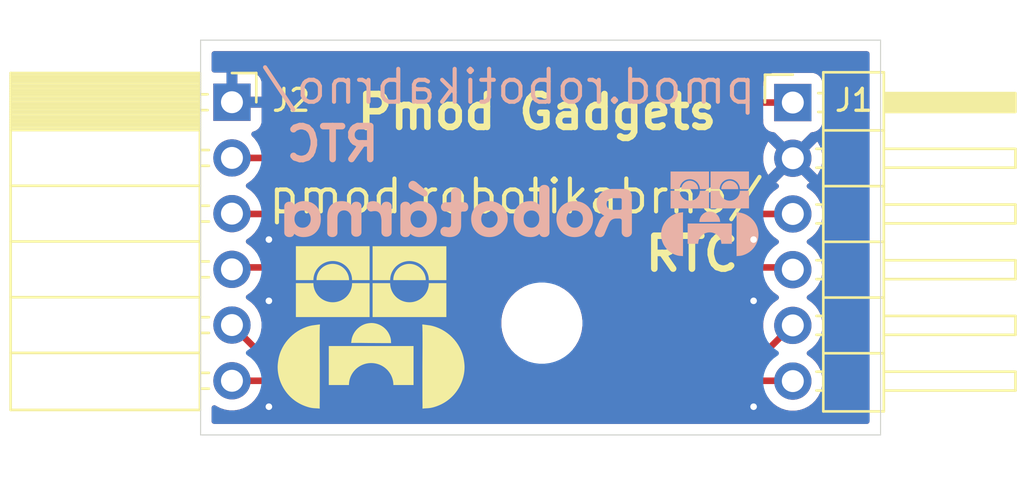
<source format=kicad_pcb>
(kicad_pcb (version 20241229) (generator "pcbnew") (generator_version "9.0")
  (layers (0 "F.Cu" signal) (2 "B.Cu" signal) (13 "F.Paste" user) (15 "B.Paste" user) (5 "F.SilkS" user "F.Silkscreen") (7 "B.SilkS" user "B.Silkscreen") (1 "F.Mask" user) (3 "B.Mask" user) (25 "Edge.Cuts" user))
  (net 0 "")
  (net 1 "SQL")
  (net 2 "GND")
  (net 3 "32K")
  (net 4 "SCL")
  (net 5 "SDA")
  (net 6 "VCC")
  (footprint "Connector_PinSocket_2.54mm:PinSocket_1x06_P2.54mm_Horizontal" (layer "F.Cu") (at 148.43 94.83)
    (property "Reference" "J2")
    (property "Value" "RTC")
  )
  (footprint "MountingHole:MountingHole_3.2mm_M3" (layer "F.Cu") (at 162.56 104.902)
    (property "Reference" "REF**" (hide yes))
    (property "Value" "MountingHole_3.2mm_M3" (hide yes))
  )
  (footprint "Connector_PinHeader_2.54mm:PinHeader_1x06_P2.54mm_Horizontal" (layer "F.Cu") (at 174 94.845)
    (property "Reference" "J1")
    (property "Value" "Pmod")
  )
  (gr_poly (pts (xy 158.204732 102.943151) (xy 157.404328 102.943151) (xy 157.403182 102.898328) (xy 157.399782 102.854094) (xy 157.394183 102.810503) (xy 157.386439 102.767609) (xy 157.376607 102.725469) (xy 157.364742 102.684135) (xy 157.350899 102.643664) (xy 157.335133 102.604109) (xy 157.3175 102.565526) (xy 157.298055 102.52797) (xy 157.276853 102.491494) (xy 157.25395 102.456154) (xy 157.229401 102.422004) (xy 157.203261 102.389099) (xy 157.175586 102.357494) (xy 157.14643 102.327244) (xy 157.11585 102.298403) (xy 157.083901 102.271027) (xy 157.050637 102.245169) (xy 157.016115 102.220884) (xy 156.980389 102.198228) (xy 156.943515 102.177255) (xy 156.905549 102.158019) (xy 156.866545 102.140576) (xy 156.826558 102.124981) (xy 156.785645 102.111286) (xy 156.74386 102.099549) (xy 156.701259 102.089823) (xy 156.657898 102.082163) (xy 156.61383 102.076624) (xy 156.569113 102.07326) (xy 156.5238 102.072127) (xy 156.478484 102.07326) (xy 156.433762 102.076624) (xy 156.389691 102.082163) (xy 156.346326 102.089823) (xy 156.303722 102.099549) (xy 156.261935 102.111286) (xy 156.221019 102.124981) (xy 156.18103 102.140576) (xy 156.142024 102.158019) (xy 156.104055 102.177255) (xy 156.067179 102.198228) (xy 156.031452 102.220884) (xy 155.996928 102.245169) (xy 155.963663 102.271027) (xy 155.931713 102.298403) (xy 155.901132 102.327244) (xy 155.871975 102.357494) (xy 155.844299 102.389099) (xy 155.818159 102.422004) (xy 155.793609 102.456154) (xy 155.770705 102.491494) (xy 155.749503 102.52797) (xy 155.730058 102.565526) (xy 155.712424 102.604109) (xy 155.696658 102.643664) (xy 155.682815 102.684135) (xy 155.67095 102.725469) (xy 155.661118 102.767609) (xy 155.653374 102.810503) (xy 155.647775 102.854094) (xy 155.644374 102.898328) (xy 155.643229 102.943151) (xy 154.842847 102.943151) (xy 154.842847 101.396661) (xy 158.204732 101.396661)) (fill yes) (layer "F.SilkS"))
  (gr_poly (pts (xy 156.70882 107.723377) (xy 155.788934 107.723377) (xy 155.787617 107.671863) (xy 155.783709 107.621026) (xy 155.777274 107.570928) (xy 155.768375 107.521632) (xy 155.757076 107.473201) (xy 155.74344 107.425697) (xy 155.727531 107.379185) (xy 155.709413 107.333726) (xy 155.689148 107.289383) (xy 155.666801 107.24622) (xy 155.642436 107.204299) (xy 155.616115 107.163684) (xy 155.587902 107.124436) (xy 155.557861 107.08662) (xy 155.526056 107.050298) (xy 155.49255 107.015532) (xy 155.457407 106.982386) (xy 155.420689 106.950923) (xy 155.382462 106.921205) (xy 155.342788 106.893295) (xy 155.30173 106.867257) (xy 155.259354 106.843153) (xy 155.215721 106.821046) (xy 155.170896 106.801) (xy 155.124942 106.783076) (xy 155.077923 106.767337) (xy 155.029903 106.753848) (xy 154.980944 106.74267) (xy 154.931111 106.733867) (xy 154.880467 106.727501) (xy 154.829076 106.723635) (xy 154.777 106.722332) (xy 154.724919 106.723635) (xy 154.673522 106.727501) (xy 154.622873 106.733867) (xy 154.573034 106.74267) (xy 154.524071 106.753848) (xy 154.476045 106.767337) (xy 154.429022 106.783076) (xy 154.383063 106.801) (xy 154.338234 106.821046) (xy 154.294598 106.843153) (xy 154.252217 106.867257) (xy 154.211156 106.893295) (xy 154.171479 106.921205) (xy 154.133248 106.950923) (xy 154.096528 106.982386) (xy 154.061382 107.015532) (xy 154.027873 107.050298) (xy 153.996066 107.08662) (xy 153.966023 107.124436) (xy 153.937808 107.163684) (xy 153.911486 107.204299) (xy 153.887118 107.24622) (xy 153.86477 107.289383) (xy 153.844504 107.333726) (xy 153.826384 107.379185) (xy 153.810475 107.425697) (xy 153.796838 107.473201) (xy 153.785538 107.521632) (xy 153.776639 107.570928) (xy 153.770203 107.621026) (xy 153.766295 107.671863) (xy 153.764979 107.723377) (xy 152.845136 107.723377) (xy 152.845136 105.946062) (xy 156.70882 105.946062)) (fill yes) (layer "F.SilkS"))
  (gr_poly (pts (xy 155.644374 103.124) (xy 155.647775 103.168234) (xy 155.653374 103.211825) (xy 155.661118 103.254718) (xy 155.67095 103.296859) (xy 155.682815 103.338192) (xy 155.696658 103.378664) (xy 155.712424 103.418218) (xy 155.730058 103.456801) (xy 155.749503 103.494358) (xy 155.770705 103.530834) (xy 155.793609 103.566174) (xy 155.818159 103.600324) (xy 155.844299 103.633229) (xy 155.871975 103.664833) (xy 155.901132 103.695083) (xy 155.931713 103.723924) (xy 155.963663 103.751301) (xy 155.996928 103.777159) (xy 156.031452 103.801443) (xy 156.067179 103.8241) (xy 156.104055 103.845073) (xy 156.142024 103.864308) (xy 156.18103 103.881751) (xy 156.221019 103.897347) (xy 156.261935 103.911041) (xy 156.303722 103.922779) (xy 156.346326 103.932505) (xy 156.389691 103.940165) (xy 156.433762 103.945704) (xy 156.478484 103.949068) (xy 156.5238 103.950201) (xy 156.569113 103.949068) (xy 156.61383 103.945704) (xy 156.657898 103.940165) (xy 156.701259 103.932505) (xy 156.74386 103.922779) (xy 156.785645 103.911041) (xy 156.826558 103.897347) (xy 156.866545 103.881751) (xy 156.905549 103.864308) (xy 156.943515 103.845073) (xy 156.980389 103.8241) (xy 157.016115 103.801443) (xy 157.050637 103.777159) (xy 157.083901 103.751301) (xy 157.11585 103.723924) (xy 157.14643 103.695083) (xy 157.175586 103.664833) (xy 157.203261 103.633229) (xy 157.229401 103.600324) (xy 157.25395 103.566174) (xy 157.276853 103.530834) (xy 157.298055 103.494358) (xy 157.3175 103.456801) (xy 157.335133 103.418218) (xy 157.350899 103.378664) (xy 157.364742 103.338192) (xy 157.376607 103.296859) (xy 157.386439 103.254718) (xy 157.394183 103.211825) (xy 157.399782 103.168234) (xy 157.403182 103.124) (xy 157.404328 103.079177) (xy 158.204732 103.079177) (xy 158.204732 104.625667) (xy 154.842847 104.625667) (xy 154.842847 103.079177) (xy 155.643229 103.079177)) (fill yes) (layer "F.SilkS"))
  (gr_poly (pts (xy 154.706358 102.940951) (xy 153.905954 102.940951) (xy 153.904809 102.896128) (xy 153.901408 102.851894) (xy 153.895809 102.808303) (xy 153.888065 102.765409) (xy 153.878233 102.723269) (xy 153.866368 102.681935) (xy 153.852525 102.641464) (xy 153.836759 102.601909) (xy 153.819126 102.563326) (xy 153.799681 102.525769) (xy 153.778479 102.489294) (xy 153.755576 102.453953) (xy 153.731027 102.419804) (xy 153.704887 102.386899) (xy 153.677212 102.355294) (xy 153.648057 102.325044) (xy 153.617477 102.296203) (xy 153.585527 102.268827) (xy 153.552264 102.242969) (xy 153.517741 102.218684) (xy 153.482016 102.196028) (xy 153.445142 102.175055) (xy 153.407175 102.155819) (xy 153.368171 102.138376) (xy 153.328185 102.12278) (xy 153.287271 102.109086) (xy 153.245487 102.097349) (xy 153.202886 102.087623) (xy 153.159524 102.079963) (xy 153.115457 102.074424) (xy 153.070739 102.07106) (xy 153.025426 102.069927) (xy 152.98011 102.07106) (xy 152.935389 102.074424) (xy 152.891318 102.079963) (xy 152.847953 102.087623) (xy 152.805349 102.097349) (xy 152.763561 102.109086) (xy 152.722645 102.12278) (xy 152.682657 102.138376) (xy 152.64365 102.155819) (xy 152.605681 102.175055) (xy 152.568806 102.196028) (xy 152.533078 102.218684) (xy 152.498554 102.242969) (xy 152.46529 102.268827) (xy 152.433339 102.296203) (xy 152.402758 102.325044) (xy 152.373602 102.355294) (xy 152.345926 102.386899) (xy 152.319785 102.419804) (xy 152.295235 102.453953) (xy 152.272332 102.489294) (xy 152.251129 102.525769) (xy 152.231684 102.563326) (xy 152.21405 102.601909) (xy 152.198284 102.641464) (xy 152.184441 102.681935) (xy 152.172576 102.723269) (xy 152.162744 102.765409) (xy 152.155 102.808303) (xy 152.149401 102.851894) (xy 152.146 102.896128) (xy 152.144855 102.940951) (xy 151.344473 102.940951) (xy 151.344473 101.394461) (xy 154.706358 101.394461)) (fill yes) (layer "F.SilkS"))
  (gr_poly (pts (xy 152.440557 104.972101) (xy 152.43384 105.124764) (xy 152.429996 105.349683) (xy 152.428569 105.920991) (xy 152.434287 106.882404) (xy 152.433803 108.309368) (xy 152.432827 108.431524) (xy 152.430585 108.551495) (xy 152.429441 108.670582) (xy 152.430018 108.730202) (xy 152.431757 108.79009) (xy 152.426235 108.800188) (xy 152.386893 108.794811) (xy 152.349706 108.790929) (xy 152.314123 108.788155) (xy 152.279592 108.786103) (xy 152.211485 108.78262) (xy 152.176807 108.780416) (xy 152.140977 108.777388) (xy 152.103446 108.773149) (xy 152.063661 108.767313) (xy 152.021073 108.759494) (xy 151.975129 108.749305) (xy 151.92528 108.73636) (xy 151.870973 108.720271) (xy 151.81166 108.700654) (xy 151.746787 108.67712) (xy 151.674317 108.648082) (xy 151.603812 108.616494) (xy 151.535296 108.58244) (xy 151.468789 108.546004) (xy 151.404315 108.507271) (xy 151.341895 108.466324) (xy 151.281552 108.423248) (xy 151.223307 108.378127) (xy 151.167184 108.331046) (xy 151.113203 108.282088) (xy 151.061388 108.231338) (xy 151.011761 108.17888) (xy 150.964343 108.124799) (xy 150.919157 108.069178) (xy 150.876225 108.012102) (xy 150.835569 107.953656) (xy 150.797212 107.893922) (xy 150.761175 107.832987) (xy 150.727481 107.770933) (xy 150.696152 107.707845) (xy 150.66721 107.643808) (xy 150.640677 107.578905) (xy 150.616576 107.513222) (xy 150.594928 107.446841) (xy 150.575756 107.379848) (xy 150.559083 107.312326) (xy 150.544929 107.24436) (xy 150.533318 107.176035) (xy 150.524271 107.107433) (xy 150.517812 107.038641) (xy 150.513961 106.969741) (xy 150.512741 106.900818) (xy 150.5135 106.86347) (xy 150.515559 106.823343) (xy 150.518765 106.781142) (xy 150.522963 106.737573) (xy 150.527999 106.693341) (xy 150.53372 106.649154) (xy 150.539971 106.605716) (xy 150.546599 106.563734) (xy 150.560093 106.49155) (xy 150.576584 106.420194) (xy 150.595997 106.349734) (xy 150.618256 106.28024) (xy 150.643288 106.21178) (xy 150.671016 106.144422) (xy 150.734263 106.013289) (xy 150.807396 105.887389) (xy 150.889817 105.767272) (xy 150.980924 105.653486) (xy 151.080118 105.546581) (xy 151.186799 105.447106) (xy 151.300366 105.355609) (xy 151.42022 105.27264) (xy 151.545759 105.198747) (xy 151.676386 105.134481) (xy 151.811498 105.080389) (xy 151.880549 105.05733) (xy 151.950496 105.03702) (xy 152.021265 105.019529) (xy 152.092781 105.004925) (xy 152.428809 104.961145) (xy 152.428809 104.961144)) (fill yes) (layer "F.SilkS"))
  (gr_poly (pts (xy 153.058414 102.201149) (xy 153.096135 102.20403) (xy 153.133327 102.208765) (xy 153.169944 102.215306) (xy 153.205938 102.223607) (xy 153.241263 102.233621) (xy 153.275872 102.245302) (xy 153.309716 102.258603) (xy 153.34275 102.273477) (xy 153.374926 102.289878) (xy 153.406197 102.307759) (xy 153.436515 102.327073) (xy 153.465835 102.347775) (xy 153.494108 102.369816) (xy 153.521288 102.393151) (xy 153.547327 102.417733) (xy 153.572179 102.443515) (xy 153.595796 102.470451) (xy 153.618131 102.498494) (xy 153.639137 102.527597) (xy 153.658767 102.557714) (xy 153.676974 102.588799) (xy 153.693711 102.620803) (xy 153.708931 102.653682) (xy 153.722586 102.687388) (xy 153.73463 102.721875) (xy 153.745015 102.757096) (xy 153.753694 102.793004) (xy 153.760621 102.829553) (xy 153.765747 102.866696) (xy 153.769027 102.904387) (xy 153.770413 102.942578) (xy 152.285919 102.942138) (xy 152.28648 102.903946) (xy 152.288948 102.866255) (xy 152.293274 102.829113) (xy 152.299414 102.792567) (xy 152.30732 102.756663) (xy 152.316948 102.721447) (xy 152.32825 102.686967) (xy 152.341181 102.653268) (xy 152.355695 102.620398) (xy 152.371745 102.588402) (xy 152.389285 102.557329) (xy 152.408269 102.527223) (xy 152.428652 102.498132) (xy 152.450386 102.470103) (xy 152.473427 102.443181) (xy 152.497727 102.417414) (xy 152.52324 102.392848) (xy 152.549921 102.36953) (xy 152.577724 102.347505) (xy 152.606601 102.326822) (xy 152.636508 102.307526) (xy 152.667398 102.289664) (xy 152.699224 102.273283) (xy 152.731942 102.258429) (xy 152.765504 102.245149) (xy 152.799864 102.233489) (xy 152.834977 102.223496) (xy 152.870796 102.215217) (xy 152.907275 102.208698) (xy 152.944368 102.203985) (xy 152.98203 102.201126) (xy 153.020213 102.200167)) (fill yes) (layer "F.SilkS"))
  (gr_poly (pts (xy 154.823572 104.897088) (xy 154.856287 104.899115) (xy 154.888944 104.902381) (xy 154.921503 104.906875) (xy 154.953923 104.912586) (xy 154.986164 104.919504) (xy 155.018188 104.927618) (xy 155.049953 104.936918) (xy 155.08142 104.947391) (xy 155.112549 104.959028) (xy 155.1433 104.971818) (xy 155.173633 104.98575) (xy 155.203508 105.000813) (xy 155.232885 105.016996) (xy 155.261724 105.03429) (xy 155.289985 105.052682) (xy 155.317629 105.072162) (xy 155.344615 105.092719) (xy 155.370904 105.114343) (xy 155.396455 105.137023) (xy 155.421228 105.160748) (xy 155.445184 105.185507) (xy 155.468283 105.211289) (xy 155.490484 105.238084) (xy 155.511748 105.265881) (xy 155.532034 105.294669) (xy 155.551304 105.324437) (xy 155.569517 105.355175) (xy 155.586632 105.386871) (xy 155.60261 105.419516) (xy 155.617412 105.453097) (xy 155.630996 105.487605) (xy 155.641985 105.518486) (xy 155.65113 105.546716) (xy 155.658613 105.572557) (xy 155.664617 105.596272) (xy 155.669323 105.618124) (xy 155.672913 105.638376) (xy 155.67557 105.657291) (xy 155.677474 105.67513) (xy 155.678809 105.692158) (xy 155.679755 105.708637) (xy 155.681211 105.740998) (xy 155.682085 105.757407) (xy 155.683298 105.774318) (xy 155.685033 105.791993) (xy 155.687471 105.810697) (xy 155.682675 105.813271) (xy 155.654227 105.812274) (xy 155.625907 105.811829) (xy 155.569339 105.812031) (xy 155.512354 105.812748) (xy 155.454337 105.812853) (xy 154.776517 105.808959) (xy 154.319876 105.803467) (xy 154.048505 105.802489) (xy 153.941659 105.803662) (xy 153.869127 105.806406) (xy 153.863956 105.800796) (xy 153.863956 105.800797) (xy 153.885714 105.641319) (xy 153.892859 105.607392) (xy 153.901373 105.573827) (xy 153.911223 105.540661) (xy 153.922376 105.507928) (xy 153.948461 105.443907) (xy 153.979365 105.382046) (xy 154.014827 105.322629) (xy 154.054583 105.265939) (xy 154.098372 105.21226) (xy 154.14593 105.161876) (xy 154.196996 105.115069) (xy 154.251306 105.072123) (xy 154.308599 105.033322) (xy 154.368611 104.998948) (xy 154.431082 104.969286) (xy 154.463156 104.956311) (xy 154.495747 104.944619) (xy 154.52882 104.934247) (xy 154.562344 104.92523) (xy 154.596286 104.917604) (xy 154.630612 104.911403) (xy 154.650573 104.908377) (xy 154.671225 104.905534) (xy 154.692232 104.902944) (xy 154.713258 104.900681) (xy 154.733968 104.898814) (xy 154.754025 104.897416) (xy 154.773094 104.896558) (xy 154.790838 104.896311)) (fill yes) (layer "F.SilkS"))
  (gr_poly (pts (xy 156.556788 102.201149) (xy 156.594508 102.20403) (xy 156.6317 102.208765) (xy 156.668317 102.215306) (xy 156.704312 102.223607) (xy 156.739637 102.233621) (xy 156.774245 102.245302) (xy 156.80809 102.258603) (xy 156.841123 102.273477) (xy 156.873299 102.289878) (xy 156.90457 102.307759) (xy 156.934889 102.327073) (xy 156.964208 102.347775) (xy 156.992482 102.369816) (xy 157.019661 102.393151) (xy 157.045701 102.417733) (xy 157.070552 102.443515) (xy 157.094169 102.470451) (xy 157.116504 102.498494) (xy 157.137511 102.527597) (xy 157.157141 102.557714) (xy 157.175348 102.588799) (xy 157.192085 102.620803) (xy 157.207304 102.653682) (xy 157.220959 102.687388) (xy 157.233003 102.721875) (xy 157.243388 102.757096) (xy 157.252068 102.793004) (xy 157.258994 102.829553) (xy 157.264121 102.866696) (xy 157.2674 102.904387) (xy 157.268786 102.942578) (xy 155.784292 102.942138) (xy 155.784854 102.903946) (xy 155.787321 102.866255) (xy 155.791647 102.829113) (xy 155.797787 102.792567) (xy 155.805694 102.756663) (xy 155.815321 102.721447) (xy 155.826623 102.686967) (xy 155.839554 102.653268) (xy 155.854068 102.620398) (xy 155.870118 102.588402) (xy 155.887658 102.557329) (xy 155.906643 102.527223) (xy 155.927025 102.498132) (xy 155.948759 102.470103) (xy 155.9718 102.443181) (xy 155.9961 102.417414) (xy 156.021613 102.392848) (xy 156.048294 102.36953) (xy 156.076097 102.347505) (xy 156.104974 102.326822) (xy 156.134881 102.307526) (xy 156.165771 102.289664) (xy 156.197597 102.273283) (xy 156.230315 102.258429) (xy 156.263877 102.245149) (xy 156.298237 102.233489) (xy 156.33335 102.223496) (xy 156.369169 102.215217) (xy 156.405648 102.208698) (xy 156.442742 102.203985) (xy 156.480403 102.201126) (xy 156.518586 102.200167)) (fill yes) (layer "F.SilkS"))
  (gr_poly (pts (xy 157.455015 105.004925) (xy 157.526531 105.019529) (xy 157.597299 105.03702) (xy 157.667247 105.05733) (xy 157.736297 105.080389) (xy 157.871408 105.134481) (xy 158.002033 105.198747) (xy 158.127571 105.27264) (xy 158.247423 105.355609) (xy 158.360988 105.447106) (xy 158.467667 105.546581) (xy 158.566859 105.653486) (xy 158.657964 105.767272) (xy 158.740383 105.887389) (xy 158.813515 106.013289) (xy 158.87676 106.144422) (xy 158.904488 106.21178) (xy 158.929519 106.28024) (xy 158.951778 106.349734) (xy 158.97119 106.420194) (xy 158.987681 106.49155) (xy 159.001175 106.563734) (xy 159.007803 106.605716) (xy 159.014054 106.649154) (xy 159.019775 106.693341) (xy 159.024811 106.737573) (xy 159.029009 106.781142) (xy 159.032215 106.823343) (xy 159.034274 106.86347) (xy 159.035033 106.900818) (xy 159.033813 106.969741) (xy 159.029963 107.038641) (xy 159.023503 107.107433) (xy 159.014456 107.176035) (xy 159.002845 107.24436) (xy 158.988692 107.312326) (xy 158.972018 107.379848) (xy 158.952846 107.446841) (xy 158.931199 107.513222) (xy 158.907097 107.578905) (xy 158.880565 107.643808) (xy 158.851623 107.707845) (xy 158.820294 107.770933) (xy 158.7866 107.832987) (xy 158.750563 107.893922) (xy 158.712206 107.953656) (xy 158.67155 108.012102) (xy 158.628618 108.069178) (xy 158.583432 108.124799) (xy 158.536014 108.17888) (xy 158.486386 108.231338) (xy 158.434571 108.282088) (xy 158.380591 108.331046) (xy 158.324467 108.378127) (xy 158.266223 108.423248) (xy 158.205879 108.466324) (xy 158.14346 108.507271) (xy 158.078985 108.546004) (xy 158.012479 108.58244) (xy 157.943962 108.616494) (xy 157.873458 108.648082) (xy 157.800988 108.67712) (xy 157.736115 108.700654) (xy 157.676801 108.720271) (xy 157.622495 108.73636) (xy 157.572646 108.749305) (xy 157.526702 108.759494) (xy 157.484114 108.767313) (xy 157.444329 108.773149) (xy 157.406797 108.777388) (xy 157.370968 108.780416) (xy 157.336289 108.78262) (xy 157.268182 108.786103) (xy 157.233652 108.788155) (xy 157.198068 108.790929) (xy 157.160881 108.794811) (xy 157.12154 108.800188) (xy 157.116018 108.79009) (xy 157.117756 108.730202) (xy 157.118334 108.670582) (xy 157.117189 108.551495) (xy 157.114947 108.431524) (xy 157.113972 108.309368) (xy 157.113488 106.882404) (xy 157.119205 105.920991) (xy 157.117779 105.349683) (xy 157.113934 105.124764) (xy 157.107218 104.972101) (xy 157.118987 104.961145)) (fill yes) (layer "F.SilkS"))
  (gr_poly (pts (xy 152.146 103.124) (xy 152.149401 103.168234) (xy 152.155 103.211825) (xy 152.162744 103.254718) (xy 152.172576 103.296859) (xy 152.184441 103.338192) (xy 152.198284 103.378664) (xy 152.21405 103.418218) (xy 152.231684 103.456801) (xy 152.251129 103.494358) (xy 152.272332 103.530834) (xy 152.295235 103.566174) (xy 152.319785 103.600324) (xy 152.345926 103.633229) (xy 152.373602 103.664833) (xy 152.402758 103.695083) (xy 152.433339 103.723924) (xy 152.46529 103.751301) (xy 152.498554 103.777159) (xy 152.533078 103.801443) (xy 152.568806 103.8241) (xy 152.605681 103.845073) (xy 152.64365 103.864308) (xy 152.682657 103.881751) (xy 152.722645 103.897347) (xy 152.763561 103.911041) (xy 152.805349 103.922779) (xy 152.847953 103.932505) (xy 152.891318 103.940165) (xy 152.935389 103.945704) (xy 152.98011 103.949068) (xy 153.025426 103.950201) (xy 153.070739 103.949068) (xy 153.115457 103.945704) (xy 153.159524 103.940165) (xy 153.202886 103.932505) (xy 153.245487 103.922779) (xy 153.287271 103.911041) (xy 153.328185 103.897347) (xy 153.368171 103.881751) (xy 153.407175 103.864308) (xy 153.445142 103.845073) (xy 153.482016 103.8241) (xy 153.517741 103.801443) (xy 153.552264 103.777159) (xy 153.585527 103.751301) (xy 153.617477 103.723924) (xy 153.648057 103.695083) (xy 153.677212 103.664833) (xy 153.704887 103.633229) (xy 153.731027 103.600324) (xy 153.755576 103.566174) (xy 153.778479 103.530834) (xy 153.799681 103.494358) (xy 153.819126 103.456801) (xy 153.836759 103.418218) (xy 153.852525 103.378664) (xy 153.866368 103.338192) (xy 153.878233 103.296859) (xy 153.888065 103.254718) (xy 153.895809 103.211825) (xy 153.901408 103.168234) (xy 153.904809 103.124) (xy 153.905954 103.079177) (xy 154.706358 103.079177) (xy 154.706358 104.625667) (xy 151.344473 104.625667) (xy 151.344473 103.079177) (xy 152.144855 103.079177)) (fill yes) (layer "F.SilkS"))
  (gr_poly (pts (xy 170.188923 99.812717) (xy 170.171872 99.813775) (xy 170.154851 99.815478) (xy 170.137881 99.817822) (xy 170.120983 99.8208) (xy 170.104178 99.824407) (xy 170.087487 99.828637) (xy 170.070931 99.833484) (xy 170.054529 99.838944) (xy 170.038304 99.84501) (xy 170.022276 99.851677) (xy 170.006466 99.858939) (xy 169.990894 99.86679) (xy 169.975582 99.875226) (xy 169.96055 99.88424) (xy 169.945819 99.893826) (xy 169.93141 99.90398) (xy 169.917344 99.914695) (xy 169.903641 99.925965) (xy 169.890323 99.937786) (xy 169.87741 99.950152) (xy 169.864922 99.963057) (xy 169.852882 99.976495) (xy 169.84131 99.99046) (xy 169.830226 100.004948) (xy 169.819651 100.019953) (xy 169.809606 100.035468) (xy 169.800113 100.051488) (xy 169.791191 100.068009) (xy 169.782861 100.085023) (xy 169.775146 100.102526) (xy 169.768064 100.120511) (xy 169.762336 100.136604) (xy 169.75757 100.151316) (xy 169.753671 100.164783) (xy 169.750543 100.177142) (xy 169.748092 100.188531) (xy 169.746223 100.199085) (xy 169.74484 100.208943) (xy 169.743849 100.218241) (xy 169.743155 100.227116) (xy 169.742662 100.235706) (xy 169.741902 100.252575) (xy 169.741445 100.261129) (xy 169.740809 100.269945) (xy 169.739901 100.27916) (xy 169.738624 100.288911) (xy 169.741144 100.290231) (xy 169.755965 100.289711) (xy 169.770723 100.28948) (xy 169.800209 100.289591) (xy 169.829912 100.289972) (xy 169.860144 100.290031) (xy 170.213424 100.287991) (xy 170.451434 100.285126) (xy 170.592875 100.284622) (xy 170.648569 100.285236) (xy 170.686384 100.286671) (xy 170.689064 100.283751) (xy 170.677704 100.200631) (xy 170.673981 100.182948) (xy 170.669545 100.165454) (xy 170.664412 100.148168) (xy 170.6586 100.131108) (xy 170.645006 100.09774) (xy 170.628899 100.065497) (xy 170.610416 100.034528) (xy 170.589695 100.004981) (xy 170.566872 99.977003) (xy 170.542084 99.950741) (xy 170.515468 99.926344) (xy 170.48716 99.90396) (xy 170.457298 99.883736) (xy 170.426019 99.86582) (xy 170.393459 99.85036) (xy 170.376741 99.843597) (xy 170.359755 99.837503) (xy 170.342517 99.832097) (xy 170.325044 99.827397) (xy 170.307354 99.823423) (xy 170.289464 99.820191) (xy 170.279068 99.818607) (xy 170.268309 99.817121) (xy 170.257362 99.815768) (xy 170.246404 99.814586) (xy 170.235611 99.813613) (xy 170.225159 99.812884) (xy 170.215224 99.812438) (xy 170.205984 99.812311)) (fill yes) (layer "B.SilkS"))
  (gr_poly (pts (xy 151.673582 99.339633) (xy 151.643239 99.341679) (xy 151.613391 99.345089) (xy 151.58404 99.349863) (xy 151.555185 99.356001) (xy 151.526826 99.363504) (xy 151.498964 99.37237) (xy 151.471597 99.382601) (xy 151.444727 99.394195) (xy 151.418354 99.407154) (xy 151.392477 99.421476) (xy 151.367097 99.437163) (xy 151.342213 99.454214) (xy 151.317826 99.472629) (xy 151.293935 99.492408) (xy 151.270541 99.513551) (xy 151.267749 99.505698) (xy 151.264667 99.498011) (xy 151.261296 99.490488) (xy 151.257635 99.483131) (xy 151.253685 99.475938) (xy 151.249445 99.468911) (xy 151.244916 99.462048) (xy 151.240097 99.455351) (xy 151.234989 99.448818) (xy 151.229592 99.442451) (xy 151.223906 99.436248) (xy 151.217931 99.430211) (xy 151.211667 99.424338) (xy 151.205114 99.418631) (xy 151.198272 99.413088) (xy 151.191141 99.407711) (xy 151.183783 99.402588) (xy 151.176261 99.397796) (xy 151.168573 99.393333) (xy 151.16072 99.389201) (xy 151.152702 99.385399) (xy 151.144518 99.381928) (xy 151.13617 99.378787) (xy 151.127655 99.375976) (xy 151.118976 99.373495) (xy 151.110131 99.371345) (xy 151.10112 99.369526) (xy 151.091943 99.368038) (xy 151.082601 99.36688) (xy 151.073093 99.366053) (xy 151.063419 99.365556) (xy 151.05358 99.365391) (xy 151.040505 99.365628) (xy 151.02774 99.366341) (xy 151.015286 99.36753) (xy 151.003142 99.369194) (xy 150.991307 99.371333) (xy 150.979783 99.373948) (xy 150.968569 99.377039) (xy 150.957665 99.380606) (xy 150.94707 99.384648) (xy 150.936786 99.389166) (xy 150.926811 99.39416) (xy 150.917146 99.39963) (xy 150.90779 99.405576) (xy 150.898744 99.411998) (xy 150.890008 99.418896) (xy 150.881581 99.426271) (xy 150.873574 99.433969) (xy 150.866084 99.441852) (xy 150.85911 99.449922) (xy 150.852653 99.458177) (xy 150.846713 99.466618) (xy 150.841289 99.475246) (xy 150.836382 99.48406) (xy 150.831991 99.493061) (xy 150.828117 99.502248) (xy 150.824759 99.511621) (xy 150.821918 99.521182) (xy 150.819594 99.530929) (xy 150.817786 99.540864) (xy 150.816495 99.550986) (xy 150.81572 99.561294) (xy 150.815462 99.571791) (xy 150.815462 100.772991) (xy 150.81572 100.784109) (xy 150.816495 100.794981) (xy 150.817786 100.805604) (xy 150.819594 100.81598) (xy 150.821918 100.826108) (xy 150.824759 100.835989) (xy 150.828117 100.845621) (xy 150.831991 100.855006) (xy 150.836382 100.864142) (xy 150.841289 100.873031) (xy 150.846713 100.881672) (xy 150.852653 100.890064) (xy 150.85911 100.898208) (xy 150.866084 100.906104) (xy 150.873574 100.913752) (xy 150.881581 100.921151) (xy 150.890008 100.928198) (xy 150.898744 100.934791) (xy 150.90779 100.94093) (xy 150.917146 100.946613) (xy 150.926811 100.951842) (xy 150.936786 100.956616) (xy 150.94707 100.960936) (xy 150.957665 100.964801) (xy 150.968569 100.968211) (xy 150.979783 100.971166) (xy 150.991307 100.973667) (xy 151.003142 100.975713) (xy 151.015286 100.977305) (xy 151.02774 100.978441) (xy 151.040505 100.979123) (xy 151.05358 100.979351) (xy 151.074888 100.978751) (xy 151.095164 100.976952) (xy 151.114406 100.973955) (xy 151.132616 100.969758) (xy 151.149792 100.964362) (xy 151.165935 100.957768) (xy 151.173619 100.95402) (xy 151.181044 100.949974) (xy 151.188212 100.945627) (xy 151.195121 100.940981) (xy 151.201772 100.936035) (xy 151.208164 100.930789) (xy 151.214299 100.925243) (xy 151.220175 100.919398) (xy 151.225792 100.913252) (xy 151.231152 100.906807) (xy 151.236253 100.900063) (xy 151.241096 100.893018) (xy 151.250007 100.87803) (xy 151.257885 100.861843) (xy 151.26473 100.844456) (xy 151.270541 100.825871) (xy 151.292017 100.844456) (xy 151.314111 100.861843) (xy 151.336826 100.87803) (xy 151.360161 100.893018) (xy 151.384115 100.906807) (xy 151.40869 100.919398) (xy 151.433886 100.930789) (xy 151.459701 100.940981) (xy 151.486138 100.949974) (xy 151.513195 100.957768) (xy 151.540873 100.964362) (xy 151.569172 100.969758) (xy 151.598092 100.973955) (xy 151.627633 100.976952) (xy 151.657796 100.978751) (xy 151.68858 100.979351) (xy 151.688585 100.979351) (xy 151.732375 100.978472) (xy 151.77511 100.975837) (xy 151.816791 100.971445) (xy 151.857418 100.965296) (xy 151.89699 100.95739) (xy 151.935507 100.947727) (xy 151.97297 100.936307) (xy 152.009379 100.923131) (xy 152.044734 100.908197) (xy 152.079035 100.891507) (xy 152.112281 100.87306) (xy 152.144474 100.852856) (xy 152.175612 100.830895) (xy 152.205696 100.807177) (xy 152.234727 100.781702) (xy 152.262703 100.754471) (xy 152.289295 100.725765) (xy 152.314172 100.695881) (xy 152.337333 100.66482) (xy 152.358778 100.632581) (xy 152.378508 100.599165) (xy 152.396522 100.564571) (xy 152.41282 100.5288) (xy 152.427403 100.491851) (xy 152.44027 100.453725) (xy 152.451422 100.414421) (xy 152.460858 100.37394) (xy 152.468578 100.332281) (xy 152.474583 100.289445) (xy 152.478872 100.245431) (xy 152.481445 100.200239) (xy 152.482303 100.153871) (xy 152.482303 100.15387) (xy 152.021944 100.15387) (xy 152.021541 100.174818) (xy 152.020331 100.195332) (xy 152.018316 100.215412) (xy 152.015494 100.235058) (xy 152.011865 100.25427) (xy 152.007431 100.273047) (xy 152.00219 100.291391) (xy 151.996143 100.3093) (xy 151.98929 100.326776) (xy 151.981631 100.343817) (xy 151.973165 100.360425) (xy 151.963893 100.376598) (xy 151.953815 100.392337) (xy 151.942931 100.407642) (xy 151.931241 100.422513) (xy 151.918744 100.43695) (xy 151.905607 100.450726) (xy 151.891995 100.463613) (xy 151.877908 100.475611) (xy 151.863347 100.486721) (xy 151.84831 100.496941) (xy 151.832799 100.506273) (xy 151.816812 100.514716) (xy 151.800349 100.52227) (xy 151.78341 100.528936) (xy 151.765996 100.534713) (xy 151.748105 100.539601) (xy 151.729739 100.5436) (xy 151.710895 100.546711) (xy 151.691575 100.548933) (xy 151.671778 100.550266) (xy 151.651505 100.55071) (xy 151.630608 100.550266) (xy 151.610249 100.548933) (xy 151.590427 100.546711) (xy 151.571142 100.5436) (xy 151.552395 100.539601) (xy 151.534186 100.534713) (xy 151.516514 100.528936) (xy 151.499379 100.52227) (xy 151.482783 100.514716) (xy 151.466724 100.506273) (xy 151.451202 100.496941) (xy 151.436219 100.486721) (xy 151.421774 100.475611) (xy 151.407866 100.463613) (xy 151.394497 100.450726) (xy 151.381665 100.43695) (xy 151.369488 100.422513) (xy 151.358096 100.407642) (xy 151.34749 100.392337) (xy 151.33767 100.376598) (xy 151.328635 100.360425) (xy 151.320386 100.343817) (xy 151.312923 100.326776) (xy 151.306245 100.3093) (xy 151.300352 100.291391) (xy 151.295245 100.273047) (xy 151.290924 100.25427) (xy 151.287389 100.235058) (xy 151.284639 100.215412) (xy 151.282675 100.195332) (xy 151.281496 100.174818) (xy 151.281104 100.15387) (xy 151.281496 100.132307) (xy 151.282675 100.111282) (xy 151.284639 100.090794) (xy 151.287389 100.070845) (xy 151.290924 100.051433) (xy 151.295245 100.03256) (xy 151.300352 100.014224) (xy 151.306244 99.996425) (xy 151.312922 99.979165) (xy 151.320385 99.962442) (xy 151.328635 99.946257) (xy 151.337669 99.930609) (xy 151.34749 99.915498) (xy 151.358096 99.900925) (xy 151.369488 99.886889) (xy 151.381665 99.873391) (xy 151.394497 99.860574) (xy 151.407866 99.848584) (xy 151.421774 99.837421) (xy 151.43622 99.827085) (xy 151.451203 99.817576) (xy 151.466724 99.808894) (xy 151.482784 99.801039) (xy 151.49938 99.79401) (xy 151.516515 99.787809) (xy 151.534187 99.782434) (xy 151.552396 99.777886) (xy 151.571143 99.774165) (xy 151.590428 99.771271) (xy 151.61025 99.769204) (xy 151.630608 99.767964) (xy 151.651505 99.76755) (xy 151.671778 99.767964) (xy 151.691575 99.769204) (xy 151.710895 99.771271) (xy 151.729739 99.774165) (xy 151.748105 99.777886) (xy 151.765996 99.782434) (xy 151.78341 99.787809) (xy 151.800349 99.79401) (xy 151.816812 99.801039) (xy 151.832799 99.808894) (xy 151.84831 99.817576) (xy 151.863347 99.827085) (xy 151.877908 99.837421) (xy 151.891995 99.848584) (xy 151.905607 99.860574) (xy 151.918744 99.873391) (xy 151.931241 99.886889) (xy 151.942932 99.900925) (xy 151.953817 99.915498) (xy 151.963895 99.930609) (xy 151.973167 99.946257) (xy 151.981632 99.962442) (xy 151.989292 99.979165) (xy 151.996145 99.996426) (xy 152.002191 100.014224) (xy 152.007432 100.03256) (xy 152.011866 100.051433) (xy 152.015494 100.070845) (xy 152.018316 100.090794) (xy 152.020331 100.111282) (xy 152.021541 100.132307) (xy 152.021944 100.15387) (xy 152.482303 100.15387) (xy 152.481466 100.107516) (xy 152.478954 100.06238) (xy 152.474768 100.018464) (xy 152.468908 99.975768) (xy 152.461373 99.934292) (xy 152.452165 99.894035) (xy 152.441281 99.854998) (xy 152.428723 99.817181) (xy 152.414491 99.780583) (xy 152.398585 99.745205) (xy 152.381004 99.711047) (xy 152.361748 99.678108) (xy 152.340819 99.646389) (xy 152.318214 99.61589) (xy 152.293936 99.58661) (xy 152.267983 99.558551) (xy 152.240672 99.531958) (xy 152.212307 99.507082) (xy 152.182886 99.483921) (xy 152.152409 99.462476) (xy 152.120877 99.442746) (xy 152.088291 99.424732) (xy 152.054649 99.408433) (xy 152.019953 99.393851) (xy 151.984201 99.380983) (xy 151.947396 99.369832) (xy 151.909536 99.360396) (xy 151.870621 99.352676) (xy 151.830652 99.346671) (xy 151.789629 99.342382) (xy 151.747553 99.339808) (xy 151.704422 99.338951)) (fill yes) (layer "B.SilkS"))
  (gr_poly (pts (xy 171.584467 98.888592) (xy 171.582695 98.911647) (xy 171.579776 98.934367) (xy 171.57574 98.956723) (xy 171.570615 98.978687) (xy 171.56443 99.00023) (xy 171.557215 99.021324) (xy 171.548997 99.041941) (xy 171.539806 99.062051) (xy 171.529671 99.081627) (xy 171.51862 99.100639) (xy 171.506682 99.119059) (xy 171.493886 99.136859) (xy 171.480261 99.15401) (xy 171.465836 99.170484) (xy 171.450639 99.186251) (xy 171.4347 99.201284) (xy 171.418047 99.215554) (xy 171.400709 99.229032) (xy 171.382714 99.24169) (xy 171.364093 99.2535) (xy 171.344873 99.264432) (xy 171.325084 99.274459) (xy 171.304753 99.283551) (xy 171.283911 99.291681) (xy 171.262586 99.298819) (xy 171.240806 99.304937) (xy 171.218602 99.310007) (xy 171.196 99.314) (xy 171.173031 99.316887) (xy 171.149722 99.31864) (xy 171.126104 99.319231) (xy 171.102486 99.31864) (xy 171.079178 99.316887) (xy 171.056209 99.314) (xy 171.033608 99.310007) (xy 171.011404 99.304937) (xy 170.989626 99.298819) (xy 170.968302 99.291681) (xy 170.947461 99.283551) (xy 170.927132 99.274459) (xy 170.907344 99.264432) (xy 170.888126 99.2535) (xy 170.869506 99.24169) (xy 170.851514 99.229032) (xy 170.834178 99.215554) (xy 170.817527 99.201284) (xy 170.801589 99.186251) (xy 170.786394 99.170484) (xy 170.771971 99.15401) (xy 170.758348 99.136859) (xy 170.745554 99.119059) (xy 170.733618 99.100639) (xy 170.722568 99.081627) (xy 170.712434 99.062051) (xy 170.703245 99.041941) (xy 170.695028 99.021325) (xy 170.687814 99.00023) (xy 170.681631 98.978687) (xy 170.676507 98.956723) (xy 170.672471 98.934367) (xy 170.669553 98.911647) (xy 170.667781 98.888592) (xy 170.667184 98.865231) (xy 170.249984 98.865231) (xy 170.249984 99.671271) (xy 172.002224 99.671271) (xy 172.002224 98.865231) (xy 171.585064 98.865231)) (fill yes) (layer "B.SilkS"))
  (gr_poly (pts (xy 169.206304 101.285791) (xy 169.685744 101.285791) (xy 169.686431 101.258941) (xy 169.688467 101.232444) (xy 169.691822 101.206332) (xy 169.696461 101.180638) (xy 169.70235 101.155395) (xy 169.709458 101.130636) (xy 169.717751 101.106393) (xy 169.727195 101.082699) (xy 169.737758 101.059587) (xy 169.749407 101.037089) (xy 169.762107 101.01524) (xy 169.775827 100.99407) (xy 169.790533 100.973614) (xy 169.806191 100.953903) (xy 169.822769 100.934971) (xy 169.840234 100.916851) (xy 169.858552 100.899575) (xy 169.87769 100.883176) (xy 169.897616 100.867686) (xy 169.918295 100.853139) (xy 169.939695 100.839568) (xy 169.961782 100.827005) (xy 169.984524 100.815482) (xy 170.007888 100.805033) (xy 170.031839 100.795691) (xy 170.056346 100.787488) (xy 170.081374 100.780457) (xy 170.106891 100.774631) (xy 170.132864 100.770043) (xy 170.159259 100.766725) (xy 170.186044 100.76471) (xy 170.213184 100.764031) (xy 170.240328 100.76471) (xy 170.267115 100.766725) (xy 170.293513 100.770043) (xy 170.319488 100.774631) (xy 170.345007 100.780457) (xy 170.370037 100.787488) (xy 170.394545 100.795691) (xy 170.418497 100.805033) (xy 170.441861 100.815482) (xy 170.464603 100.827005) (xy 170.486691 100.839568) (xy 170.508091 100.853139) (xy 170.52877 100.867686) (xy 170.548694 100.883176) (xy 170.567832 100.899575) (xy 170.586149 100.916851) (xy 170.603613 100.934971) (xy 170.62019 100.953903) (xy 170.635847 100.973614) (xy 170.650552 100.99407) (xy 170.66427 101.01524) (xy 170.676969 101.037089) (xy 170.688617 101.059587) (xy 170.699178 101.082699) (xy 170.708622 101.106393) (xy 170.716913 101.130636) (xy 170.72402 101.155395) (xy 170.729909 101.180638) (xy 170.734547 101.206332) (xy 170.737901 101.232444) (xy 170.739938 101.258941) (xy 170.740624 101.285791) (xy 171.220064 101.285791) (xy 171.220064 100.359431) (xy 169.206304 100.359431)) (fill yes) (layer "B.SilkS"))
  (gr_poly (pts (xy 164.026259 99.339354) (xy 163.997685 99.340563) (xy 163.969461 99.342579) (xy 163.941589 99.3454) (xy 163.914067 99.349028) (xy 163.886897 99.353461) (xy 163.860077 99.358701) (xy 163.833608 99.364746) (xy 163.807491 99.371597) (xy 163.781725 99.379254) (xy 163.756309 99.387716) (xy 163.731246 99.396984) (xy 163.706533 99.407058) (xy 163.682172 99.417937) (xy 163.658162 99.429621) (xy 163.634504 99.442111) (xy 163.611321 99.455321) (xy 163.588739 99.46915) (xy 163.566756 99.4836) (xy 163.545373 99.498669) (xy 163.52459 99.514358) (xy 163.504407 99.530667) (xy 163.484823 99.547597) (xy 163.465839 99.565146) (xy 163.447454 99.583315) (xy 163.429669 99.602105) (xy 163.412484 99.621515) (xy 163.395897 99.641545) (xy 163.37991 99.662196) (xy 163.364522 99.683467) (xy 163.349734 99.705359) (xy 163.335544 99.727871) (xy 163.322088 99.750931) (xy 163.3095 99.774466) (xy 163.29778 99.798477) (xy 163.286929 99.822963) (xy 163.276946 99.847925) (xy 163.26783 99.873361) (xy 163.259583 99.899273) (xy 163.252204 99.925661) (xy 163.245693 99.952523) (xy 163.24005 99.979861) (xy 163.235276 100.007675) (xy 163.231369 100.035963) (xy 163.228331 100.064727) (xy 163.22616 100.093966) (xy 163.224858 100.123681) (xy 163.224424 100.153871) (xy 163.224858 100.183435) (xy 163.22616 100.212607) (xy 163.228331 100.241387) (xy 163.231369 100.269775) (xy 163.235276 100.297771) (xy 163.24005 100.325375) (xy 163.245693 100.352587) (xy 163.252204 100.379406) (xy 163.259583 100.405833) (xy 163.26783 100.431867) (xy 163.276946 100.457509) (xy 163.286929 100.482759) (xy 163.29778 100.507616) (xy 163.3095 100.53208) (xy 163.322088 100.556152) (xy 163.335544 100.579831) (xy 163.349734 100.602993) (xy 163.364522 100.625513) (xy 163.37991 100.647393) (xy 163.395897 100.668631) (xy 163.412484 100.689229) (xy 163.429669 100.709185) (xy 163.447454 100.728501) (xy 163.465839 100.747176) (xy 163.484823 100.76521) (xy 163.504407 100.782603) (xy 163.52459 100.799356) (xy 163.545373 100.815468) (xy 163.566756 100.830939) (xy 163.588739 100.84577) (xy 163.611321 100.859961) (xy 163.634504 100.873511) (xy 163.658162 100.886327) (xy 163.682172 100.898317) (xy 163.706533 100.90948) (xy 163.731246 100.919816) (xy 163.75631 100.929325) (xy 163.781725 100.938007) (xy 163.807492 100.945862) (xy 163.833609 100.952891) (xy 163.860078 100.959092) (xy 163.886898 100.964467) (xy 163.914068 100.969015) (xy 163.94159 100.972736) (xy 163.969462 100.97563) (xy 163.997685 100.977697) (xy 164.026259 100.978937) (xy 164.055183 100.979351) (xy 164.083486 100.978937) (xy 164.111497 100.977697) (xy 164.139219 100.97563) (xy 164.16665 100.972736) (xy 164.19379 100.969015) (xy 164.220641 100.964467) (xy 164.247202 100.959092) (xy 164.273473 100.952891) (xy 164.299455 100.945862) (xy 164.325147 100.938007) (xy 164.350549 100.929325) (xy 164.375662 100.919816) (xy 164.400486 100.90948) (xy 164.425021 100.898317) (xy 164.449267 100.886327) (xy 164.473224 100.873511) (xy 164.496737 100.859961) (xy 164.519651 100.84577) (xy 164.541965 100.830939) (xy 164.563681 100.815468) (xy 164.584797 100.799356) (xy 164.605314 100.782603) (xy 164.625231 100.76521) (xy 164.644549 100.747176) (xy 164.663267 100.728501) (xy 164.681386 100.709185) (xy 164.698905 100.689229) (xy 164.715824 100.668631) (xy 164.732144 100.647393) (xy 164.747864 100.625513) (xy 164.762983 100.602993) (xy 164.777503 100.579831) (xy 164.791279 100.556152) (xy 164.804166 100.53208) (xy 164.816164 100.507616) (xy 164.827273 100.482759) (xy 164.837494 100.457509) (xy 164.846826 100.431867) (xy 164.855269 100.405833) (xy 164.862823 100.379406) (xy 164.869489 100.352587) (xy 164.875266 100.325375) (xy 164.880154 100.297771) (xy 164.884154 100.269775) (xy 164.887264 100.241387) (xy 164.889486 100.212607) (xy 164.890819 100.183435) (xy 164.891264 100.153871) (xy 164.430904 100.153871) (xy 164.43048 100.174819) (xy 164.429209 100.195333) (xy 164.42709 100.215413) (xy 164.424124 100.235058) (xy 164.42031 100.25427) (xy 164.415649 100.273048) (xy 164.41014 100.291391) (xy 164.403784 100.309301) (xy 164.39658 100.326776) (xy 164.388529 100.343818) (xy 164.37963 100.360425) (xy 164.369884 100.376598) (xy 164.35929 100.392338) (xy 164.347849 100.407643) (xy 164.33556 100.422514) (xy 164.322424 100.436951) (xy 164.308667 100.450727) (xy 164.294518 100.463613) (xy 164.279976 100.475612) (xy 164.265041 100.486721) (xy 164.249714 100.496942) (xy 164.233993 100.506273) (xy 164.21788 100.514717) (xy 164.201374 100.522271) (xy 164.184475 100.528937) (xy 164.167183 100.534713) (xy 164.149499 100.539602) (xy 164.131421 100.543601) (xy 164.112951 100.546712) (xy 164.094088 100.548933) (xy 164.074832 100.550267) (xy 164.055183 100.550711) (xy 164.034916 100.550267) (xy 164.015124 100.548933) (xy 163.995808 100.546712) (xy 163.976967 100.543601) (xy 163.958601 100.539602) (xy 163.940711 100.534713) (xy 163.923297 100.528937) (xy 163.906358 100.522271) (xy 163.889896 100.514717) (xy 163.873909 100.506273) (xy 163.858398 100.496942) (xy 163.843363 100.486721) (xy 163.828804 100.475612) (xy 163.814721 100.463613) (xy 163.801114 100.450727) (xy 163.787984 100.436951) (xy 163.775487 100.422514) (xy 163.763796 100.407643) (xy 163.752912 100.392338) (xy 163.742834 100.376598) (xy 163.733562 100.360425) (xy 163.725096 100.343818) (xy 163.717437 100.326776) (xy 163.710583 100.309301) (xy 163.704536 100.291391) (xy 163.699296 100.273048) (xy 163.694861 100.25427) (xy 163.691233 100.235058) (xy 163.688411 100.215413) (xy 163.686396 100.195333) (xy 163.685186 100.174819) (xy 163.684783 100.153871) (xy 163.685186 100.132307) (xy 163.686396 100.111282) (xy 163.688411 100.090795) (xy 163.691233 100.070845) (xy 163.694861 100.051434) (xy 163.699296 100.03256) (xy 163.704536 100.014224) (xy 163.710583 99.996426) (xy 163.717437 99.979165) (xy 163.725096 99.962442) (xy 163.733562 99.946257) (xy 163.742834 99.930609) (xy 163.752912 99.915498) (xy 163.763796 99.900925) (xy 163.775487 99.886889) (xy 163.787984 99.873391) (xy 163.801114 99.860574) (xy 163.814721 99.848585) (xy 163.828804 99.837422) (xy 163.843363 99.827086) (xy 163.858398 99.817577) (xy 163.873909 99.808895) (xy 163.889896 99.801039) (xy 163.906358 99.794011) (xy 163.923297 99.787809) (xy 163.940711 99.782435) (xy 163.958601 99.777887) (xy 163.976967 99.774166) (xy 163.995808 99.771272) (xy 164.015124 99.769205) (xy 164.034916 99.767964) (xy 164.055183 99.767551) (xy 164.074832 99.767964) (xy 164.094088 99.769205) (xy 164.112951 99.771272) (xy 164.131421 99.774166) (xy 164.149499 99.777887) (xy 164.167183 99.782435) (xy 164.184475 99.787809) (xy 164.201374 99.794011) (xy 164.21788 99.801039) (xy 164.233993 99.808895) (xy 164.249714 99.817577) (xy 164.265041 99.827086) (xy 164.279976 99.837422) (xy 164.294518 99.848585) (xy 164.308667 99.860574) (xy 164.322424 99.873391) (xy 164.33556 99.88689) (xy 164.347849 99.900925) (xy 164.35929 99.915499) (xy 164.369884 99.930609) (xy 164.37963 99.946257) (xy 164.388529 99.962442) (xy 164.39658 99.979165) (xy 164.403784 99.996426) (xy 164.41014 100.014224) (xy 164.415649 100.03256) (xy 164.42031 100.051434) (xy 164.424124 100.070845) (xy 164.42709 100.090795) (xy 164.429209 100.111282) (xy 164.43048 100.132307) (xy 164.430904 100.153871) (xy 164.891264 100.153871) (xy 164.890819 100.123681) (xy 164.889486 100.093966) (xy 164.887264 100.064727) (xy 164.884154 100.035963) (xy 164.880154 100.007675) (xy 164.875266 99.979861) (xy 164.869489 99.952523) (xy 164.862823 99.925661) (xy 164.855269 99.899273) (xy 164.846826 99.873361) (xy 164.837494 99.847925) (xy 164.827273 99.822963) (xy 164.816164 99.798477) (xy 164.804166 99.774466) (xy 164.791279 99.750931) (xy 164.777503 99.727871) (xy 164.762983 99.705359) (xy 164.747864 99.683467) (xy 164.732144 99.662196) (xy 164.715824 99.641545) (xy 164.698905 99.621515) (xy 164.681386 99.602105) (xy 164.663267 99.583315) (xy 164.644549 99.565146) (xy 164.625231 99.547597) (xy 164.605314 99.530667) (xy 164.584797 99.514358) (xy 164.563681 99.498669) (xy 164.541965 99.4836) (xy 164.519651 99.46915) (xy 164.496737 99.455321) (xy 164.473224 99.442111) (xy 164.449267 99.429621) (xy 164.425021 99.417937) (xy 164.400486 99.407058) (xy 164.375662 99.396984) (xy 164.350549 99.387716) (xy 164.325147 99.379254) (xy 164.299455 99.371597) (xy 164.273473 99.364746) (xy 164.247202 99.358701) (xy 164.220641 99.353461) (xy 164.19379 99.349028) (xy 164.16665 99.3454) (xy 164.139219 99.342579) (xy 164.111497 99.340563) (xy 164.083486 99.339354) (xy 164.055183 99.338951)) (fill yes) (layer "B.SilkS"))
  (gr_poly (pts (xy 168.426664 98.794351) (xy 168.843824 98.794351) (xy 168.844421 98.77099) (xy 168.846194 98.747935) (xy 168.849112 98.725215) (xy 168.853148 98.702859) (xy 168.858273 98.680895) (xy 168.864457 98.659352) (xy 168.871673 98.638257) (xy 168.87989 98.617641) (xy 168.889081 98.597531) (xy 168.899216 98.577955) (xy 168.910267 98.558943) (xy 168.922204 98.540523) (xy 168.935 98.522723) (xy 168.948624 98.505572) (xy 168.963048 98.489098) (xy 168.978244 98.473331) (xy 168.994182 98.458298) (xy 169.010834 98.444028) (xy 169.028171 98.43055) (xy 169.046164 98.417892) (xy 169.064784 98.406082) (xy 169.084002 98.39515) (xy 169.10379 98.385123) (xy 169.124118 98.376031) (xy 169.144958 98.367902) (xy 169.166281 98.360763) (xy 169.188058 98.354645) (xy 169.21026 98.349575) (xy 169.232859 98.345583) (xy 169.255825 98.342695) (xy 169.279129 98.340942) (xy 169.302744 98.340351) (xy 169.326362 98.340942) (xy 169.349671 98.342695) (xy 169.37264 98.345583) (xy 169.395242 98.349575) (xy 169.417447 98.354645) (xy 169.439226 98.360763) (xy 169.460551 98.367902) (xy 169.481394 98.376031) (xy 169.501724 98.385123) (xy 169.521513 98.39515) (xy 169.540733 98.406082) (xy 169.559355 98.417892) (xy 169.577349 98.43055) (xy 169.594687 98.444028) (xy 169.61134 98.458298) (xy 169.627279 98.473331) (xy 169.642476 98.489098) (xy 169.656901 98.505572) (xy 169.670526 98.522723) (xy 169.683322 98.540523) (xy 169.69526 98.558943) (xy 169.706311 98.577955) (xy 169.716446 98.597531) (xy 169.725637 98.617641) (xy 169.733855 98.638257) (xy 169.74107 98.659352) (xy 169.747255 98.680895) (xy 169.75238 98.702859) (xy 169.756416 98.725215) (xy 169.759335 98.747935) (xy 169.761107 98.77099) (xy 169.761704 98.794351) (xy 170.178864 98.794351) (xy 170.178864 97.988311) (xy 168.426664 97.988311)) (fill yes) (layer "B.SilkS"))
  (gr_poly (pts (xy 169.285553 98.407622) (xy 169.265892 98.409122) (xy 169.246507 98.411589) (xy 169.227422 98.414997) (xy 169.208662 98.419322) (xy 169.19025 98.42454) (xy 169.172213 98.430627) (xy 169.154573 98.437558) (xy 169.137356 98.445309) (xy 169.120586 98.453856) (xy 169.104289 98.463174) (xy 169.088487 98.473239) (xy 169.073206 98.484027) (xy 169.058471 98.495514) (xy 169.044305 98.507675) (xy 169.030734 98.520486) (xy 169.017782 98.533923) (xy 169.005474 98.547961) (xy 168.993833 98.562576) (xy 168.982885 98.577743) (xy 168.972655 98.59344) (xy 168.963166 98.60964) (xy 168.954443 98.626321) (xy 168.946511 98.643457) (xy 168.939394 98.661024) (xy 168.933117 98.678998) (xy 168.927704 98.697355) (xy 168.92318 98.716071) (xy 168.91957 98.73512) (xy 168.916897 98.75448) (xy 168.915187 98.774125) (xy 168.914464 98.794031) (xy 169.688184 98.793831) (xy 169.68789 98.773925) (xy 169.686602 98.754281) (xy 169.684346 98.734922) (xy 169.681145 98.715874) (xy 169.677023 98.697161) (xy 169.672004 98.678806) (xy 169.666112 98.660835) (xy 169.659372 98.643271) (xy 169.651807 98.626139) (xy 169.643442 98.609462) (xy 169.634299 98.593266) (xy 169.624404 98.577575) (xy 169.613781 98.562412) (xy 169.602453 98.547803) (xy 169.590444 98.533771) (xy 169.577779 98.520341) (xy 169.564482 98.507537) (xy 169.550576 98.495383) (xy 169.536085 98.483904) (xy 169.521034 98.473123) (xy 169.505447 98.463066) (xy 169.489348 98.453756) (xy 169.47276 98.445218) (xy 169.455708 98.437476) (xy 169.438216 98.430554) (xy 169.420308 98.424477) (xy 169.402008 98.419269) (xy 169.383339 98.414954) (xy 169.364326 98.411556) (xy 169.344994 98.4091) (xy 169.325365 98.40761) (xy 169.305464 98.407111)) (fill yes) (layer "B.SilkS"))
  (gr_poly (pts (xy 169.761107 98.888592) (xy 169.759335 98.911647) (xy 169.756416 98.934367) (xy 169.75238 98.956723) (xy 169.747255 98.978687) (xy 169.74107 99.00023) (xy 169.733855 99.021324) (xy 169.725637 99.041941) (xy 169.716446 99.062051) (xy 169.706311 99.081627) (xy 169.69526 99.100639) (xy 169.683322 99.119059) (xy 169.670526 99.136859) (xy 169.656901 99.15401) (xy 169.642476 99.170484) (xy 169.627279 99.186251) (xy 169.61134 99.201284) (xy 169.594687 99.215554) (xy 169.577349 99.229032) (xy 169.559355 99.24169) (xy 169.540733 99.2535) (xy 169.521513 99.264432) (xy 169.501724 99.274459) (xy 169.481394 99.283551) (xy 169.460551 99.291681) (xy 169.439226 99.298819) (xy 169.417447 99.304937) (xy 169.395242 99.310007) (xy 169.37264 99.314) (xy 169.349671 99.316887) (xy 169.326362 99.31864) (xy 169.302744 99.319231) (xy 169.279129 99.31864) (xy 169.255825 99.316887) (xy 169.232859 99.314) (xy 169.21026 99.310007) (xy 169.188058 99.304937) (xy 169.166281 99.298819) (xy 169.144958 99.291681) (xy 169.124118 99.283551) (xy 169.10379 99.274459) (xy 169.084002 99.264432) (xy 169.064784 99.2535) (xy 169.046164 99.24169) (xy 169.028171 99.229032) (xy 169.010834 99.215554) (xy 168.994182 99.201284) (xy 168.978244 99.186251) (xy 168.963048 99.170484) (xy 168.948624 99.15401) (xy 168.935 99.136859) (xy 168.922204 99.119059) (xy 168.910267 99.100639) (xy 168.899216 99.081627) (xy 168.889081 99.062051) (xy 168.87989 99.041941) (xy 168.871673 99.021325) (xy 168.864457 99.00023) (xy 168.858273 98.978687) (xy 168.853148 98.956723) (xy 168.849112 98.934367) (xy 168.846194 98.911647) (xy 168.844421 98.888592) (xy 168.843824 98.865231) (xy 168.426664 98.865231) (xy 168.426664 99.671271) (xy 170.178864 99.671271) (xy 170.178864 98.865231) (xy 169.761704 98.865231)) (fill yes) (layer "B.SilkS"))
  (gr_poly (pts (xy 170.249984 98.793191) (xy 170.667184 98.793191) (xy 170.667781 98.76983) (xy 170.669553 98.746775) (xy 170.672471 98.724056) (xy 170.676507 98.701701) (xy 170.681631 98.679738) (xy 170.687814 98.658195) (xy 170.695028 98.637102) (xy 170.703245 98.616487) (xy 170.712434 98.596378) (xy 170.722568 98.576805) (xy 170.733618 98.557794) (xy 170.745554 98.539375) (xy 170.758348 98.521577) (xy 170.771971 98.504428) (xy 170.786394 98.487957) (xy 170.801589 98.472191) (xy 170.817527 98.45716) (xy 170.834178 98.442892) (xy 170.851514 98.429415) (xy 170.869506 98.416759) (xy 170.888126 98.404951) (xy 170.907344 98.394021) (xy 170.927132 98.383996) (xy 170.947461 98.374905) (xy 170.968302 98.366777) (xy 170.989626 98.35964) (xy 171.011404 98.353523) (xy 171.033608 98.348454) (xy 171.056209 98.344461) (xy 171.079178 98.341575) (xy 171.102486 98.339822) (xy 171.126104 98.339231) (xy 171.149722 98.339822) (xy 171.173031 98.341575) (xy 171.196 98.344461) (xy 171.218602 98.348454) (xy 171.240806 98.353523) (xy 171.262586 98.35964) (xy 171.283911 98.366777) (xy 171.304753 98.374905) (xy 171.325084 98.383996) (xy 171.344873 98.39402) (xy 171.364093 98.404951) (xy 171.382714 98.416759) (xy 171.400709 98.429415) (xy 171.418047 98.442892) (xy 171.4347 98.45716) (xy 171.450639 98.472191) (xy 171.465836 98.487957) (xy 171.480261 98.504428) (xy 171.493886 98.521577) (xy 171.506682 98.539375) (xy 171.51862 98.557794) (xy 171.529671 98.576805) (xy 171.539806 98.596378) (xy 171.548997 98.616487) (xy 171.557215 98.637102) (xy 171.56443 98.658195) (xy 171.570615 98.679738) (xy 171.57574 98.701701) (xy 171.579776 98.724056) (xy 171.582695 98.746775) (xy 171.584467 98.76983) (xy 171.585064 98.793191) (xy 172.002224 98.793191) (xy 172.002224 97.987151) (xy 170.249984 97.987151)) (fill yes) (layer "B.SilkS"))
  (gr_poly (pts (xy 162.656366 98.598349) (xy 162.644237 98.599062) (xy 162.632396 98.60025) (xy 162.620845 98.601914) (xy 162.609581 98.604053) (xy 162.598607 98.606667) (xy 162.587921 98.609756) (xy 162.577525 98.613321) (xy 162.567416 98.617361) (xy 162.557597 98.621877) (xy 162.548066 98.626868) (xy 162.538824 98.632334) (xy 162.529871 98.638275) (xy 162.521207 98.644692) (xy 162.512831 98.651584) (xy 162.504744 98.658951) (xy 162.497057 98.666677) (xy 162.489866 98.674628) (xy 162.483171 98.682806) (xy 162.476971 98.691211) (xy 162.471268 98.699842) (xy 162.466061 98.708699) (xy 162.461349 98.717784) (xy 162.457134 98.727096) (xy 162.453414 98.736636) (xy 162.450191 98.746402) (xy 162.447463 98.756397) (xy 162.445231 98.766619) (xy 162.443495 98.77707) (xy 162.442256 98.787748) (xy 162.441512 98.798656) (xy 162.441264 98.809791) (xy 162.441264 99.502991) (xy 162.418586 99.483127) (xy 162.395536 99.464544) (xy 162.372115 99.447243) (xy 162.348322 99.431224) (xy 162.324158 99.416486) (xy 162.299622 99.403029) (xy 162.274714 99.390855) (xy 162.249434 99.379961) (xy 162.223781 99.37035) (xy 162.197757 99.362019) (xy 162.17136 99.354971) (xy 162.14459 99.349204) (xy 162.117447 99.344718) (xy 162.089932 99.341514) (xy 162.062044 99.339592) (xy 162.033783 99.338951) (xy 161.99068 99.339809) (xy 161.948672 99.342382) (xy 161.907757 99.346672) (xy 161.867938 99.352676) (xy 161.829213 99.360397) (xy 161.791583 99.369832) (xy 161.755048 99.380984) (xy 161.719608 99.393851) (xy 161.685264 99.408434) (xy 161.652016 99.424732) (xy 161.619863 99.442747) (xy 161.588807 99.462476) (xy 161.558846 99.483922) (xy 161.529982 99.507082) (xy 161.502214 99.531959) (xy 161.475543 99.558551) (xy 161.45023 99.586611) (xy 161.426549 99.615891) (xy 161.404502 99.64639) (xy 161.384088 99.678109) (xy 161.365307 99.711047) (xy 161.348159 99.745206) (xy 161.332644 99.780584) (xy 161.318763 99.817181) (xy 161.306515 99.854999) (xy 161.295899 99.894036) (xy 161.286917 99.934292) (xy 161.279568 99.975769) (xy 161.273852 100.018465) (xy 161.269769 100.06238) (xy 161.26732 100.107516) (xy 161.266503 100.153871) (xy 161.26733 100.20024) (xy 161.269811 100.245431) (xy 161.273945 100.289445) (xy 161.279733 100.332281) (xy 161.287175 100.37394) (xy 161.296271 100.414421) (xy 161.30702 100.453725) (xy 161.319423 100.491851) (xy 161.33348 100.5288) (xy 161.349191 100.564571) (xy 161.366555 100.599165) (xy 161.385573 100.632581) (xy 161.406245 100.66482) (xy 161.428571 100.695881) (xy 161.45255 100.725765) (xy 161.478183 100.754471) (xy 161.505222 100.781703) (xy 161.533417 100.807177) (xy 161.562769 100.830895) (xy 161.593279 100.852856) (xy 161.624945 100.87306) (xy 161.657769 100.891507) (xy 161.69175 100.908198) (xy 161.726888 100.923131) (xy 161.763183 100.936308) (xy 161.800636 100.947727) (xy 161.839246 100.95739) (xy 161.879014 100.965296) (xy 161.91994 100.971445) (xy 161.962023 100.975837) (xy 162.005264 100.978473) (xy 162.049662 100.979351) (xy 162.049664 100.979351) (xy 162.079142 100.978772) (xy 162.10804 100.977036) (xy 162.13636 100.974141) (xy 162.1641 100.970089) (xy 162.19126 100.96488) (xy 162.217842 100.958513) (xy 162.243845 100.950988) (xy 162.269269 100.942306) (xy 162.294114 100.932467) (xy 162.31838 100.92147) (xy 162.342067 100.909317) (xy 162.365176 100.896006) (xy 162.387706 100.881537) (xy 162.409657 100.865912) (xy 162.43103 100.84913) (xy 162.451824 100.831191) (xy 162.454921 100.840305) (xy 162.458254 100.84913) (xy 162.461826 100.857666) (xy 162.465635 100.865912) (xy 162.469682 100.87387) (xy 162.473967 100.881537) (xy 162.478489 100.888916) (xy 162.483249 100.896006) (xy 162.488247 100.902806) (xy 162.493482 100.909317) (xy 162.498955 100.915538) (xy 162.504665 100.92147) (xy 162.510614 100.927113) (xy 162.516799 100.932467) (xy 162.523223 100.937531) (xy 162.529884 100.942306) (xy 162.536783 100.946792) (xy 162.54392 100.950988) (xy 162.551294 100.954895) (xy 162.558906 100.958513) (xy 162.566755 100.961841) (xy 162.574842 100.96488) (xy 162.583167 100.967629) (xy 162.591729 100.970089) (xy 162.600529 100.97226) (xy 162.609567 100.974141) (xy 162.618843 100.975733) (xy 162.628356 100.977036) (xy 162.638106 100.978049) (xy 162.648095 100.978772) (xy 162.668784 100.979351) (xy 162.68123 100.979124) (xy 162.693428 100.978442) (xy 162.705377 100.977305) (xy 162.717078 100.975714) (xy 162.72853 100.973668) (xy 162.739735 100.971167) (xy 162.750691 100.968211) (xy 162.7614 100.964801) (xy 162.77186 100.960936) (xy 162.782073 100.956617) (xy 162.792037 100.951843) (xy 162.801754 100.946614) (xy 162.811223 100.94093) (xy 162.820445 100.934792) (xy 162.829418 100.928199) (xy 162.838145 100.921151) (xy 162.846471 100.913752) (xy 162.85426 100.906104) (xy 162.861512 100.898208) (xy 162.868227 100.890064) (xy 162.874405 100.881672) (xy 162.880045 100.873031) (xy 162.885148 100.864143) (xy 162.889715 100.855006) (xy 162.893744 100.845622) (xy 162.897235 100.835989) (xy 162.90019 100.826109) (xy 162.902607 100.815981) (xy 162.904487 100.805605) (xy 162.90583 100.794981) (xy 162.906636 100.78411) (xy 162.906905 100.772991) (xy 162.906905 100.153871) (xy 162.441264 100.153871) (xy 162.440881 100.174819) (xy 162.439734 100.195333) (xy 162.437821 100.215413) (xy 162.435144 100.235058) (xy 162.431701 100.25427) (xy 162.427494 100.273048) (xy 162.422521 100.291391) (xy 162.416784 100.309301) (xy 162.410282 100.326776) (xy 162.403014 100.343818) (xy 162.394982 100.360425) (xy 162.386184 100.376598) (xy 162.376622 100.392338) (xy 162.366294 100.407643) (xy 162.355202 100.422514) (xy 162.343344 100.436951) (xy 162.330873 100.450727) (xy 162.317927 100.463613) (xy 162.304504 100.475612) (xy 162.290605 100.486721) (xy 162.276229 100.496942) (xy 162.261378 100.506273) (xy 162.246052 100.514717) (xy 162.230249 100.522271) (xy 162.21397 100.528937) (xy 162.197216 100.534713) (xy 162.179986 100.539602) (xy 162.162281 100.543601) (xy 162.1441 100.546712) (xy 162.125443 100.548933) (xy 162.106312 100.550267) (xy 162.086704 100.550711) (xy 162.066458 100.550267) (xy 162.046727 100.548933) (xy 162.027514 100.546712) (xy 162.008817 100.543601) (xy 161.990637 100.539602) (xy 161.972974 100.534713) (xy 161.955828 100.528937) (xy 161.939199 100.522271) (xy 161.923087 100.514717) (xy 161.907492 100.506273) (xy 161.892414 100.496942) (xy 161.877854 100.486721) (xy 161.86381 100.475612) (xy 161.850284 100.463613) (xy 161.837275 100.450727) (xy 161.824784 100.436951) (xy 161.812927 100.422514) (xy 161.801834 100.407643) (xy 161.791507 100.392338) (xy 161.781944 100.376598) (xy 161.773147 100.360425) (xy 161.765114 100.343818) (xy 161.757847 100.326776) (xy 161.751344 100.309301) (xy 161.745607 100.291391) (xy 161.740634 100.273048) (xy 161.736427 100.25427) (xy 161.732985 100.235058) (xy 161.730307 100.215413) (xy 161.728395 100.195333) (xy 161.727247 100.174819) (xy 161.726865 100.153871) (xy 161.727247 100.132307) (xy 161.728395 100.111282) (xy 161.730307 100.090795) (xy 161.732985 100.070845) (xy 161.736427 100.051434) (xy 161.740634 100.03256) (xy 161.745607 100.014224) (xy 161.751344 99.996426) (xy 161.757847 99.979165) (xy 161.765114 99.962442) (xy 161.773147 99.946257) (xy 161.781944 99.930609) (xy 161.791507 99.915498) (xy 161.801834 99.900925) (xy 161.812927 99.886889) (xy 161.824784 99.873391) (xy 161.837275 99.860574) (xy 161.850284 99.848585) (xy 161.86381 99.837422) (xy 161.877854 99.827086) (xy 161.892414 99.817577) (xy 161.907492 99.808895) (xy 161.923087 99.801039) (xy 161.939199 99.794011) (xy 161.955828 99.787809) (xy 161.972974 99.782435) (xy 161.990637 99.777887) (xy 162.008817 99.774166) (xy 162.027514 99.771272) (xy 162.046727 99.769205) (xy 162.066458 99.767964) (xy 162.086704 99.767551) (xy 162.106312 99.767964) (xy 162.125443 99.769205) (xy 162.1441 99.771272) (xy 162.162281 99.774166) (xy 162.179987 99.777887) (xy 162.197216 99.782435) (xy 162.213971 99.787809) (xy 162.230249 99.794011) (xy 162.246052 99.801039) (xy 162.261379 99.808895) (xy 162.27623 99.817577) (xy 162.290605 99.827086) (xy 162.304504 99.837422) (xy 162.317927 99.848585) (xy 162.330874 99.860574) (xy 162.343344 99.873391) (xy 162.355202 99.88689) (xy 162.366294 99.900925) (xy 162.376622 99.915499) (xy 162.386184 99.930609) (xy 162.394982 99.946257) (xy 162.403014 99.962442) (xy 162.410282 99.979165) (xy 162.416784 99.996426) (xy 162.422521 100.014224) (xy 162.427494 100.03256) (xy 162.431701 100.051434) (xy 162.435144 100.070845) (xy 162.437821 100.090795) (xy 162.439734 100.111282) (xy 162.440881 100.132307) (xy 162.441264 100.153871) (xy 162.906905 100.153871) (xy 162.906905 98.804471) (xy 162.906646 98.793982) (xy 162.905872 98.783679) (xy 162.90458 98.773563) (xy 162.902772 98.763633) (xy 162.900448 98.753888) (xy 162.897606 98.74433) (xy 162.894249 98.734958) (xy 162.890374 98.725771) (xy 162.885984 98.71677) (xy 162.881076 98.707955) (xy 162.875652 98.699325) (xy 162.869712 98.69088) (xy 162.863255 98.68262) (xy 162.856281 98.674546) (xy 162.848791 98.666656) (xy 162.840785 98.658951) (xy 162.832357 98.651584) (xy 162.823621 98.644692) (xy 162.814575 98.638275) (xy 162.805219 98.632334) (xy 162.795554 98.626868) (xy 162.785579 98.621877) (xy 162.775294 98.617361) (xy 162.764699 98.613321) (xy 162.753795 98.609756) (xy 162.742581 98.606667) (xy 162.731057 98.604053) (xy 162.719222 98.601914) (xy 162.707078 98.60025) (xy 162.694624 98.599062) (xy 162.681859 98.598349) (xy 162.668784 98.598111)) (fill yes) (layer "B.SilkS"))
  (gr_poly (pts (xy 168.992544 99.846111) (xy 168.992545 99.846111) (xy 168.992544 99.846111)) (fill yes) (layer "B.SilkS"))
  (gr_poly (pts (xy 160.136899 99.339354) (xy 160.108325 99.340564) (xy 160.080102 99.342579) (xy 160.05223 99.345401) (xy 160.024708 99.349028) (xy 159.997538 99.353462) (xy 159.970718 99.358701) (xy 159.944249 99.364746) (xy 159.918132 99.371597) (xy 159.892365 99.379254) (xy 159.86695 99.387716) (xy 159.841886 99.396984) (xy 159.817174 99.407058) (xy 159.792813 99.417937) (xy 159.768803 99.429621) (xy 159.745145 99.442111) (xy 159.721962 99.455321) (xy 159.69938 99.469151) (xy 159.677397 99.4836) (xy 159.656014 99.498669) (xy 159.635231 99.514358) (xy 159.615048 99.530668) (xy 159.595464 99.547597) (xy 159.57648 99.565146) (xy 159.558095 99.583316) (xy 159.54031 99.602105) (xy 159.523125 99.621515) (xy 159.506538 99.641545) (xy 159.490551 99.662196) (xy 159.475163 99.683467) (xy 159.460375 99.705359) (xy 159.446185 99.727871) (xy 159.432729 99.750931) (xy 159.420142 99.774467) (xy 159.408422 99.798478) (xy 159.39757 99.822964) (xy 159.387587 99.847925) (xy 159.378471 99.873362) (xy 159.370224 99.899274) (xy 159.362845 99.925661) (xy 159.356334 99.952524) (xy 159.350691 99.979862) (xy 159.345916 100.007675) (xy 159.34201 100.035964) (xy 159.338971 100.064728) (xy 159.336801 100.093967) (xy 159.335499 100.123681) (xy 159.335065 100.153871) (xy 159.335499 100.183435) (xy 159.336801 100.212607) (xy 159.338971 100.241387) (xy 159.34201 100.269775) (xy 159.345916 100.297771) (xy 159.350691 100.325375) (xy 159.356334 100.352587) (xy 159.362845 100.379406) (xy 159.370224 100.405833) (xy 159.378471 100.431868) (xy 159.387587 100.45751) (xy 159.39757 100.482759) (xy 159.408422 100.507616) (xy 159.420142 100.532081) (xy 159.432729 100.556152) (xy 159.446185 100.579831) (xy 159.460375 100.602993) (xy 159.475163 100.625514) (xy 159.490551 100.647393) (xy 159.506538 100.668632) (xy 159.523125 100.689229) (xy 159.54031 100.709186) (xy 159.558095 100.728501) (xy 159.57648 100.747176) (xy 159.595464 100.76521) (xy 159.615048 100.782603) (xy 159.635231 100.799356) (xy 159.656014 100.815468) (xy 159.677397 100.830939) (xy 159.69938 100.84577) (xy 159.721962 100.859961) (xy 159.745145 100.873511) (xy 159.768803 100.886328) (xy 159.792813 100.898317) (xy 159.817174 100.90948) (xy 159.841887 100.919816) (xy 159.866951 100.929325) (xy 159.892366 100.938007) (xy 159.918132 100.945863) (xy 159.94425 100.952891) (xy 159.970719 100.959093) (xy 159.997538 100.964467) (xy 160.024709 100.969015) (xy 160.05223 100.972736) (xy 160.080103 100.97563) (xy 160.108326 100.977697) (xy 160.1369 100.978938) (xy 160.165824 100.979351) (xy 160.194126 100.978938) (xy 160.222138 100.977697) (xy 160.249859 100.97563) (xy 160.27729 100.972736) (xy 160.304431 100.969015) (xy 160.331282 100.964467) (xy 160.357843 100.959093) (xy 160.384114 100.952891) (xy 160.410096 100.945863) (xy 160.435788 100.938007) (xy 160.46119 100.929325) (xy 160.486303 100.919816) (xy 160.511127 100.90948) (xy 160.535662 100.898317) (xy 160.559908 100.886328) (xy 160.583865 100.873511) (xy 160.607378 100.859961) (xy 160.630291 100.84577) (xy 160.652606 100.830939) (xy 160.674321 100.815468) (xy 160.695438 100.799356) (xy 160.715954 100.782603) (xy 160.735872 100.76521) (xy 160.75519 100.747176) (xy 160.773908 100.728501) (xy 160.792027 100.709186) (xy 160.809546 100.689229) (xy 160.826465 100.668632) (xy 160.842785 100.647393) (xy 160.858505 100.625514) (xy 160.873625 100.602993) (xy 160.888145 100.579831) (xy 160.90192 100.556152) (xy 160.914807 100.532081) (xy 160.926805 100.507616) (xy 160.937915 100.482759) (xy 160.948135 100.45751) (xy 160.957467 100.431868) (xy 160.96591 100.405833) (xy 160.973465 100.379406) (xy 160.98013 100.352587) (xy 160.985907 100.325375) (xy 160.990795 100.297771) (xy 160.994794 100.269775) (xy 160.997905 100.241387) (xy 161.000127 100.212607) (xy 161.00146 100.183435) (xy 161.001904 100.153871) (xy 160.541545 100.153871) (xy 160.541121 100.174819) (xy 160.53985 100.195333) (xy 160.537731 100.215413) (xy 160.534765 100.235058) (xy 160.530951 100.25427) (xy 160.52629 100.273048) (xy 160.520781 100.291391) (xy 160.514425 100.309301) (xy 160.507221 100.326776) (xy 160.49917 100.343818) (xy 160.490271 100.360425) (xy 160.480525 100.376598) (xy 160.469931 100.392338) (xy 160.45849 100.407643) (xy 160.446201 100.422514) (xy 160.433064 100.436951) (xy 160.419308 100.450727) (xy 160.405159 100.463613) (xy 160.390617 100.475612) (xy 160.375682 100.486721) (xy 160.360354 100.496942) (xy 160.344634 100.506273) (xy 160.328521 100.514717) (xy 160.312014 100.522271) (xy 160.295116 100.528937) (xy 160.277824 100.534713) (xy 160.260139 100.539602) (xy 160.242062 100.543601) (xy 160.223592 100.546712) (xy 160.204729 100.548933) (xy 160.185473 100.550267) (xy 160.165824 100.550711) (xy 160.145557 100.550267) (xy 160.125765 100.548933) (xy 160.106448 100.546712) (xy 160.087607 100.543601) (xy 160.069242 100.539602) (xy 160.051352 100.534713) (xy 160.033938 100.528937) (xy 160.016999 100.522271) (xy 160.000536 100.514717) (xy 159.984549 100.506273) (xy 159.969039 100.496942) (xy 159.954003 100.486721) (xy 159.939445 100.475612) (xy 159.925362 100.463613) (xy 159.911755 100.450727) (xy 159.898624 100.436951) (xy 159.886128 100.422514) (xy 159.874437 100.407643) (xy 159.863552 100.392338) (xy 159.853474 100.376598) (xy 159.844202 100.360425) (xy 159.835737 100.343818) (xy 159.828077 100.326776) (xy 159.821224 100.309301) (xy 159.815177 100.291391) (xy 159.809937 100.273048) (xy 159.805502 100.25427) (xy 159.801874 100.235058) (xy 159.799052 100.215413) (xy 159.797036 100.195333) (xy 159.795827 100.174819) (xy 159.795424 100.153871) (xy 159.795827 100.132307) (xy 159.797036 100.111282) (xy 159.799052 100.090795) (xy 159.801874 100.070845) (xy 159.805502 100.051434) (xy 159.809937 100.03256) (xy 159.815177 100.014224) (xy 159.821224 99.996426) (xy 159.828077 99.979165) (xy 159.835737 99.962442) (xy 159.844202 99.946257) (xy 159.853474 99.930609) (xy 159.863552 99.915498) (xy 159.874437 99.900925) (xy 159.886128 99.886889) (xy 159.898624 99.873391) (xy 159.911755 99.860574) (xy 159.925362 99.848585) (xy 159.939445 99.837422) (xy 159.954003 99.827086) (xy 159.969039 99.817577) (xy 159.984549 99.808895) (xy 160.000536 99.801039) (xy 160.016999 99.794011) (xy 160.033938 99.787809) (xy 160.051352 99.782435) (xy 160.069242 99.777887) (xy 160.087607 99.774166) (xy 160.106448 99.771272) (xy 160.125765 99.769205) (xy 160.145557 99.767964) (xy 160.165824 99.767551) (xy 160.185473 99.767964) (xy 160.204729 99.769205) (xy 160.223592 99.771272) (xy 160.242062 99.774166) (xy 160.260139 99.777887) (xy 160.277824 99.782435) (xy 160.295116 99.787809) (xy 160.312014 99.794011) (xy 160.328521 99.801039) (xy 160.344634 99.808895) (xy 160.360354 99.817577) (xy 160.375682 99.827086) (xy 160.390617 99.837422) (xy 160.405159 99.848585) (xy 160.419308 99.860574) (xy 160.433064 99.873391) (xy 160.446201 99.88689) (xy 160.45849 99.900925) (xy 160.469931 99.915499) (xy 160.480525 99.930609) (xy 160.490271 99.946257) (xy 160.49917 99.962442) (xy 160.507221 99.979165) (xy 160.514425 99.996426) (xy 160.520781 100.014224) (xy 160.52629 100.03256) (xy 160.530951 100.051434) (xy 160.534765 100.070845) (xy 160.537731 100.090795) (xy 160.53985 100.111282) (xy 160.541121 100.132307) (xy 160.541545 100.153871) (xy 161.001904 100.153871) (xy 161.00146 100.123681) (xy 161.000127 100.093967) (xy 160.997905 100.064728) (xy 160.994794 100.035964) (xy 160.990795 100.007675) (xy 160.985907 99.979862) (xy 160.98013 99.952524) (xy 160.973465 99.925661) (xy 160.96591 99.899274) (xy 160.957467 99.873362) (xy 160.948135 99.847925) (xy 160.937915 99.822964) (xy 160.926805 99.798478) (xy 160.914807 99.774467) (xy 160.90192 99.750931) (xy 160.888145 99.727871) (xy 160.873625 99.705359) (xy 160.858505 99.683467) (xy 160.842785 99.662196) (xy 160.826465 99.641545) (xy 160.809546 99.621515) (xy 160.792027 99.602105) (xy 160.773908 99.583316) (xy 160.75519 99.565146) (xy 160.735872 99.547597) (xy 160.715954 99.530668) (xy 160.695438 99.514358) (xy 160.674321 99.498669) (xy 160.652606 99.4836) (xy 160.630291 99.469151) (xy 160.607378 99.455321) (xy 160.583865 99.442111) (xy 160.559908 99.429621) (xy 160.535662 99.417937) (xy 160.511127 99.407058) (xy 160.486303 99.396984) (xy 160.46119 99.387716) (xy 160.435788 99.379254) (xy 160.410096 99.371597) (xy 160.384114 99.364746) (xy 160.357843 99.358701) (xy 160.331282 99.353462) (xy 160.304431 99.349028) (xy 160.27729 99.345401) (xy 160.249859 99.342579) (xy 160.222138 99.340564) (xy 160.194126 99.339354) (xy 160.165824 99.338951)) (fill yes) (layer "B.SilkS"))
  (gr_poly (pts (xy 154.857036 99.339199) (xy 154.840089 99.339942) (xy 154.823305 99.341181) (xy 154.806685 99.342916) (xy 154.79023 99.345148) (xy 154.773941 99.347878) (xy 154.757819 99.351105) (xy 154.741866 99.354831) (xy 154.732707 99.357627) (xy 154.723755 99.360733) (xy 154.71501 99.364151) (xy 154.706472 99.36788) (xy 154.698141 99.371919) (xy 154.690017 99.376269) (xy 154.6821 99.38093) (xy 154.67439 99.385901) (xy 154.666886 99.391182) (xy 154.659589 99.396774) (xy 154.652499 99.402676) (xy 154.645615 99.408887) (xy 154.638938 99.415409) (xy 154.632467 99.42224) (xy 154.626203 99.429381) (xy 154.620145 99.436831) (xy 154.614383 99.444509) (xy 154.608992 99.452332) (xy 154.603973 99.4603) (xy 154.599325 99.468413) (xy 154.595049 99.476671) (xy 154.591144 99.485075) (xy 154.587611 99.493623) (xy 154.58445 99.502316) (xy 154.58166 99.511154) (xy 154.579242 99.520137) (xy 154.577196 99.529264) (xy 154.575522 99.538537) (xy 154.574219 99.547953) (xy 154.573289 99.557515) (xy 154.572731 99.567221) (xy 154.572545 99.577071) (xy 154.572824 99.590806) (xy 154.573661 99.60423) (xy 154.575055 99.617345) (xy 154.577008 99.630149) (xy 154.579519 99.642643) (xy 154.582588 99.654828) (xy 154.586215 99.666702) (xy 154.5904 99.678266) (xy 154.595144 99.68952) (xy 154.600446 99.700465) (xy 154.606306 99.7111) (xy 154.612725 99.721425) (xy 154.619702 99.731441) (xy 154.627238 99.741147) (xy 154.635332 99.750544) (xy 154.643985 99.759631) (xy 154.653003 99.768194) (xy 154.662208 99.776035) (xy 154.671599 99.783153) (xy 154.681177 99.789548) (xy 154.690942 99.795221) (xy 154.700893 99.80017) (xy 154.711031 99.804397) (xy 154.721355 99.807901) (xy 154.731866 99.810682) (xy 154.742563 99.81274) (xy 154.753447 99.814076) (xy 154.764517 99.814688) (xy 154.775774 99.814578) (xy 154.787218 99.813745) (xy 154.798848 99.812189) (xy 154.810664 99.809911) (xy 154.827856 99.806185) (xy 154.845051 99.802958) (xy 154.862247 99.800228) (xy 154.879445 99.797996) (xy 154.896642 99.796261) (xy 154.913839 99.795022) (xy 154.931034 99.794278) (xy 154.948225 99.794031) (xy 154.963277 99.794361) (xy 154.977998 99.795353) (xy 154.992389 99.797005) (xy 155.006448 99.799319) (xy 155.020176 99.802294) (xy 155.033573 99.80593) (xy 155.046639 99.810227) (xy 155.059374 99.815186) (xy 155.071779 99.820806) (xy 155.083852 99.827088) (xy 155.095595 99.834031) (xy 155.107006 99.841635) (xy 155.118087 99.849902) (xy 155.128837 99.85883) (xy 155.139256 99.868419) (xy 155.149344 99.878671) (xy 155.159012 99.889936) (xy 155.168184 99.902566) (xy 155.176862 99.91656) (xy 155.185044 99.93192) (xy 155.192731 99.948644) (xy 155.199922 99.966732) (xy 155.206619 99.986184) (xy 155.21282 100.007001) (xy 155.218525 100.029182) (xy 155.223735 100.052726) (xy 155.228449 100.077635) (xy 155.232668 100.103907) (xy 155.236391 100.131543) (xy 155.239618 100.160542) (xy 155.242349 100.190905) (xy 155.244585 100.222631) (xy 155.244585 100.751791) (xy 155.244843 100.762926) (xy 155.245618 100.773833) (xy 155.246909 100.784512) (xy 155.248717 100.794963) (xy 155.251041 100.805185) (xy 155.253882 100.81518) (xy 155.25724 100.824946) (xy 155.261114 100.834486) (xy 155.265505 100.843798) (xy 155.270412 100.852883) (xy 155.275836 100.86174) (xy 155.281776 100.870371) (xy 155.288233 100.878776) (xy 155.295207 100.886954) (xy 155.302697 100.894905) (xy 155.310704 100.902631) (xy 155.31909 100.909998) (xy 155.327702 100.91689) (xy 155.336542 100.923307) (xy 155.345608 100.929248) (xy 155.354901 100.934715) (xy 155.364422 100.939705) (xy 155.374169 100.944221) (xy 155.384143 100.948261) (xy 155.394344 100.951826) (xy 155.404772 100.954915) (xy 155.415426 100.95753) (xy 155.426308 100.959668) (xy 155.437417 100.961332) (xy 155.448752 100.96252) (xy 155.460315 100.963233) (xy 155.472104 100.963471) (xy 155.48455 100.963243) (xy 155.496747 100.962561) (xy 155.508696 100.961425) (xy 155.520397 100.959833) (xy 155.531849 100.957787) (xy 155.543054 100.955286) (xy 155.55401 100.952331) (xy 155.564719 100.948921) (xy 155.575179 100.945056) (xy 155.585392 100.940736) (xy 155.595356 100.935962) (xy 155.605073 100.930733) (xy 155.614542 100.92505) (xy 155.623763 100.918911) (xy 155.632737 100.912318) (xy 155.641463 100.905271) (xy 155.649789 100.897871) (xy 155.657579 100.890224) (xy 155.664831 100.882328) (xy 155.671546 100.874184) (xy 155.677723 100.865791) (xy 155.683364 100.857151) (xy 155.688467 100.848262) (xy 155.693033 100.839126) (xy 155.697062 100.829741) (xy 155.700554 100.820109) (xy 155.703509 100.810228) (xy 155.705926 100.8001) (xy 155.707806 100.789724) (xy 155.709149 100.779101) (xy 155.709955 100.76823) (xy 155.710223 100.757111) (xy 155.710223 99.571791) (xy 155.709965 99.561295) (xy 155.70919 99.550986) (xy 155.707899 99.540864) (xy 155.706091 99.53093) (xy 155.703766 99.521182) (xy 155.700925 99.511622) (xy 155.697568 99.502248) (xy 155.693694 99.493061) (xy 155.689303 99.484061) (xy 155.684396 99.475246) (xy 155.678972 99.466619) (xy 155.673031 99.458177) (xy 155.666574 99.449922) (xy 155.659601 99.441852) (xy 155.652111 99.433969) (xy 155.644104 99.426271) (xy 155.635677 99.418897) (xy 155.62694 99.411998) (xy 155.617894 99.405576) (xy 155.608539 99.39963) (xy 155.598873 99.39416) (xy 155.588898 99.389166) (xy 155.578614 99.384648) (xy 155.568019 99.380606) (xy 155.557115 99.377039) (xy 155.545901 99.373949) (xy 155.534376 99.371334) (xy 155.522542 99.369194) (xy 155.510398 99.36753) (xy 155.497943 99.366342) (xy 155.485179 99.365629) (xy 155.472104 99.365391) (xy 155.460335 99.365608) (xy 155.448835 99.366259) (xy 155.437603 99.367344) (xy 155.426639 99.368863) (xy 155.415944 99.370817) (xy 155.405517 99.373204) (xy 155.395358 99.376025) (xy 155.385469 99.379281) (xy 155.375847 99.38297) (xy 155.366495 99.387094) (xy 155.357411 99.391652) (xy 155.348596 99.396643) (xy 155.340049 99.402069) (xy 155.331772 99.407929) (xy 155.323763 99.414223) (xy 155.316023 99.420951) (xy 155.308608 99.427989) (xy 155.301586 99.435214) (xy 155.294958 99.442625) (xy 155.288723 99.450223) (xy 155.282882 99.458007) (xy 155.277434 99.465977) (xy 155.27238 99.474133) (xy 155.267719 99.482476) (xy 155.263451 99.491005) (xy 155.259577 99.499719) (xy 155.256095 99.50862) (xy 155.253007 99.517707) (xy 155.250312 99.526979) (xy 155.24801 99.536437) (xy 155.246101 99.546081) (xy 155.244585 99.555911) (xy 155.237144 99.544765) (xy 155.229372 99.533827) (xy 155.22127 99.523097) (xy 155.212836 99.512574) (xy 155.204072 99.502259) (xy 155.194977 99.492151) (xy 155.185551 99.48225) (xy 155.175794 99.472556) (xy 155.165706 99.463069) (xy 155.155287 99.453788) (xy 155.144537 99.444714) (xy 155.133457 99.435845) (xy 155.122045 99.427183) (xy 155.110303 99.418727) (xy 155.098229 99.410476) (xy 155.085825 99.402431) (xy 155.073213 99.394744) (xy 155.06052 99.387553) (xy 155.047744 99.380858) (xy 155.034885 99.374659) (xy 155.021944 99.368955) (xy 155.00892 99.363748) (xy 154.995814 99.359037) (xy 154.982625 99.354821) (xy 154.969354 99.351102) (xy 154.956 99.347878) (xy 154.942564 99.34515) (xy 154.929045 99.342919) (xy 154.915444 99.341183) (xy 154.901761 99.339943) (xy 154.887994 99.339199) (xy 154.874146 99.338951)) (fill yes) (layer "B.SilkS"))
  (gr_poly (pts (xy 156.965265 99.339633) (xy 156.934922 99.341679) (xy 156.905074 99.345089) (xy 156.875723 99.349864) (xy 156.846868 99.356002) (xy 156.818509 99.363504) (xy 156.790646 99.372371) (xy 156.76328 99.382601) (xy 156.73641 99.394196) (xy 156.710037 99.407154) (xy 156.68416 99.421477) (xy 156.658779 99.437164) (xy 156.633896 99.454214) (xy 156.609509 99.472629) (xy 156.585619 99.492408) (xy 156.562225 99.513551) (xy 156.559433 99.505699) (xy 156.556351 99.498011) (xy 156.552979 99.490489) (xy 156.549318 99.483131) (xy 156.545368 99.475939) (xy 156.541128 99.468911) (xy 156.536598 99.462049) (xy 156.53178 99.455351) (xy 156.526672 99.448819) (xy 156.521275 99.442451) (xy 156.515589 99.436249) (xy 156.509614 99.430211) (xy 156.50335 99.424339) (xy 156.496797 99.418631) (xy 156.489955 99.413089) (xy 156.482825 99.407711) (xy 156.475467 99.402589) (xy 156.467945 99.397796) (xy 156.460257 99.393334) (xy 156.452404 99.389202) (xy 156.444386 99.3854) (xy 156.436203 99.381928) (xy 156.427854 99.378787) (xy 156.41934 99.375976) (xy 156.41066 99.373496) (xy 156.401815 99.371346) (xy 156.392804 99.369527) (xy 156.383628 99.368038) (xy 156.374286 99.36688) (xy 156.364778 99.366053) (xy 156.355105 99.365557) (xy 156.345265 99.365391) (xy 156.33219 99.365629) (xy 156.319426 99.366342) (xy 156.306971 99.36753) (xy 156.294827 99.369194) (xy 156.282993 99.371334) (xy 156.271469 99.373949) (xy 156.260254 99.37704) (xy 156.24935 99.380606) (xy 156.238756 99.384648) (xy 156.228471 99.389167) (xy 156.218496 99.394161) (xy 156.208831 99.399631) (xy 156.199475 99.405577) (xy 156.190429 99.411999) (xy 156.181692 99.418897) (xy 156.173265 99.426271) (xy 156.165258 99.433969) (xy 156.157768 99.441853) (xy 156.150795 99.449922) (xy 156.144338 99.458177) (xy 156.138397 99.466619) (xy 156.132973 99.475247) (xy 156.128066 99.484061) (xy 156.123675 99.493061) (xy 156.119801 99.502248) (xy 156.116443 99.511622) (xy 156.113602 99.521183) (xy 156.111277 99.53093) (xy 156.109469 99.540864) (xy 156.108177 99.550986) (xy 156.107403 99.561295) (xy 156.107144 99.571791) (xy 156.107144 100.772991) (xy 156.107403 100.78411) (xy 156.108177 100.794981) (xy 156.109469 100.805605) (xy 156.111277 100.815981) (xy 156.113602 100.826109) (xy 156.116443 100.835989) (xy 156.119801 100.845622) (xy 156.123675 100.855006) (xy 156.128066 100.864143) (xy 156.132973 100.873032) (xy 156.138397 100.881672) (xy 156.144338 100.890064) (xy 156.150795 100.898209) (xy 156.157768 100.906104) (xy 156.165258 100.913752) (xy 156.173265 100.921151) (xy 156.181692 100.928199) (xy 156.190429 100.934792) (xy 156.199475 100.94093) (xy 156.208831 100.946614) (xy 156.218496 100.951843) (xy 156.228471 100.956617) (xy 156.238756 100.960936) (xy 156.24935 100.964801) (xy 156.260254 100.968211) (xy 156.271469 100.971167) (xy 156.282993 100.973668) (xy 156.294827 100.975714) (xy 156.306971 100.977305) (xy 156.319426 100.978442) (xy 156.33219 100.979124) (xy 156.345265 100.979351) (xy 156.366574 100.978752) (xy 156.386849 100.976953) (xy 156.406091 100.973955) (xy 156.4243 100.969759) (xy 156.441476 100.964363) (xy 156.457619 100.957768) (xy 156.465303 100.954021) (xy 156.472728 100.949974) (xy 156.479896 100.945628) (xy 156.486805 100.940981) (xy 156.493456 100.936035) (xy 156.499848 100.930789) (xy 156.505983 100.925243) (xy 156.511859 100.919398) (xy 156.517476 100.913253) (xy 156.522836 100.906808) (xy 156.527937 100.900063) (xy 156.53278 100.893019) (xy 156.541691 100.87803) (xy 156.549569 100.861843) (xy 156.556414 100.844457) (xy 156.562225 100.825871) (xy 156.5837 100.844457) (xy 156.605795 100.861843) (xy 156.62851 100.87803) (xy 156.651844 100.893019) (xy 156.675799 100.906808) (xy 156.700374 100.919398) (xy 156.725569 100.930789) (xy 156.751385 100.940981) (xy 156.777822 100.949974) (xy 156.804879 100.957768) (xy 156.832557 100.964363) (xy 156.860856 100.969759) (xy 156.889776 100.973955) (xy 156.919318 100.976953) (xy 156.94948 100.978752) (xy 156.980264 100.979351) (xy 157.024055 100.978473) (xy 157.066792 100.975837) (xy 157.108475 100.971445) (xy 157.149104 100.965296) (xy 157.18868 100.95739) (xy 157.227201 100.947727) (xy 157.264667 100.936308) (xy 157.30108 100.923131) (xy 157.336439 100.908198) (xy 157.370743 100.891507) (xy 157.403993 100.87306) (xy 157.436188 100.852856) (xy 157.467329 100.830895) (xy 157.497416 100.807177) (xy 157.526448 100.781703) (xy 157.554425 100.754471) (xy 157.581017 100.725765) (xy 157.605894 100.695881) (xy 157.629055 100.66482) (xy 157.6505 100.632581) (xy 157.67023 100.599165) (xy 157.688244 100.564571) (xy 157.704542 100.5288) (xy 157.719125 100.491851) (xy 157.731992 100.453725) (xy 157.743144 100.414421) (xy 157.75258 100.37394) (xy 157.7603 100.332281) (xy 157.766305 100.289445) (xy 157.770594 100.245431) (xy 157.773167 100.20024) (xy 157.774025 100.153871) (xy 157.313666 100.153871) (xy 157.313263 100.174819) (xy 157.312053 100.195333) (xy 157.310037 100.215413) (xy 157.307215 100.235058) (xy 157.303586 100.25427) (xy 157.299151 100.273048) (xy 157.293909 100.291391) (xy 157.28786 100.309301) (xy 157.281005 100.326776) (xy 157.273343 100.343818) (xy 157.264874 100.360425) (xy 157.255598 100.376598) (xy 157.245515 100.392338) (xy 157.234626 100.407643) (xy 157.222929 100.422514) (xy 157.210425 100.436951) (xy 157.197288 100.450727) (xy 157.183676 100.463613) (xy 157.16959 100.475612) (xy 157.155029 100.486721) (xy 157.139992 100.496942) (xy 157.12448 100.506273) (xy 157.108493 100.514717) (xy 157.09203 100.522271) (xy 157.075092 100.528937) (xy 157.057677 100.534713) (xy 157.039787 100.539602) (xy 157.02142 100.543601) (xy 157.002576 100.546712) (xy 156.983256 100.548933) (xy 156.963459 100.550267) (xy 156.943185 100.550711) (xy 156.922289 100.550267) (xy 156.90193 100.548933) (xy 156.882108 100.546712) (xy 156.862823 100.543601) (xy 156.844076 100.539602) (xy 156.825867 100.534713) (xy 156.808194 100.528937) (xy 156.79106 100.522271) (xy 156.774463 100.514717) (xy 156.758404 100.506273) (xy 156.742882 100.496942) (xy 156.727899 100.486721) (xy 156.713453 100.475612) (xy 156.699546 100.463613) (xy 156.686176 100.450727) (xy 156.673344 100.436951) (xy 156.661167 100.422514) (xy 156.649776 100.407643) (xy 156.63917 100.392338) (xy 156.62935 100.376598) (xy 156.620315 100.360425) (xy 156.612066 100.343818) (xy 156.604603 100.326776) (xy 156.597925 100.309301) (xy 156.592033 100.291391) (xy 156.586927 100.273048) (xy 156.582606 100.25427) (xy 156.579071 100.235058) (xy 156.576321 100.215413) (xy 156.574357 100.195333) (xy 156.573179 100.174819) (xy 156.572786 100.153871) (xy 156.573179 100.132307) (xy 156.574357 100.111282) (xy 156.576321 100.090795) (xy 156.579071 100.070845) (xy 156.582606 100.051434) (xy 156.586927 100.03256) (xy 156.592033 100.014224) (xy 156.597925 99.996426) (xy 156.604603 99.979165) (xy 156.612066 99.962442) (xy 156.620315 99.946257) (xy 156.62935 99.930609) (xy 156.63917 99.915498) (xy 156.649776 99.900925) (xy 156.661167 99.886889) (xy 156.673344 99.873391) (xy 156.686176 99.860574) (xy 156.699546 99.848585) (xy 156.713453 99.837422) (xy 156.727899 99.827086) (xy 156.742882 99.817577) (xy 156.758404 99.808895) (xy 156.774463 99.801039) (xy 156.79106 99.794011) (xy 156.808194 99.787809) (xy 156.825867 99.782435) (xy 156.844076 99.777887) (xy 156.862823 99.774166) (xy 156.882108 99.771272) (xy 156.90193 99.769205) (xy 156.922289 99.767964) (xy 156.943185 99.767551) (xy 156.963459 99.767964) (xy 156.983256 99.769205) (xy 157.002576 99.771272) (xy 157.02142 99.774166) (xy 157.039787 99.777887) (xy 157.057677 99.782435) (xy 157.075092 99.787809) (xy 157.09203 99.794011) (xy 157.108493 99.801039) (xy 157.12448 99.808895) (xy 157.139992 99.817577) (xy 157.155029 99.827086) (xy 157.16959 99.837422) (xy 157.183676 99.848585) (xy 157.197288 99.860574) (xy 157.210425 99.873391) (xy 157.222929 99.88689) (xy 157.234626 99.900925) (xy 157.245515 99.915499) (xy 157.255598 99.930609) (xy 157.264874 99.946257) (xy 157.273343 99.962442) (xy 157.281005 99.979165) (xy 157.28786 99.996426) (xy 157.293909 100.014224) (xy 157.299151 100.03256) (xy 157.303586 100.051434) (xy 157.307215 100.070845) (xy 157.310037 100.090795) (xy 157.312053 100.111282) (xy 157.313263 100.132307) (xy 157.313666 100.153871) (xy 157.774025 100.153871) (xy 157.773188 100.107516) (xy 157.770676 100.06238) (xy 157.76649 100.018465) (xy 157.76063 99.975769) (xy 157.753095 99.934292) (xy 157.743886 99.894035) (xy 157.733003 99.854998) (xy 157.720445 99.817181) (xy 157.706213 99.780583) (xy 157.690306 99.745205) (xy 157.672725 99.711047) (xy 157.65347 99.678109) (xy 157.63254 99.64639) (xy 157.609936 99.61589) (xy 157.585658 99.586611) (xy 157.559705 99.558551) (xy 157.532394 99.531959) (xy 157.504027 99.507082) (xy 157.474603 99.483921) (xy 157.444124 99.462476) (xy 157.41259 99.442746) (xy 157.38 99.424732) (xy 157.346354 99.408434) (xy 157.311654 99.393851) (xy 157.2759 99.380984) (xy 157.23909 99.369832) (xy 157.201227 99.360396) (xy 157.162309 99.352676) (xy 157.122338 99.346671) (xy 157.081314 99.342382) (xy 157.039236 99.339809) (xy 156.996104 99.338951)) (fill yes) (layer "B.SilkS"))
  (gr_poly (pts (xy 171.108913 98.407622) (xy 171.089252 98.409122) (xy 171.069866 98.411589) (xy 171.05078 98.414997) (xy 171.032019 98.419322) (xy 171.013607 98.42454) (xy 170.995568 98.430627) (xy 170.977927 98.437558) (xy 170.960709 98.445309) (xy 170.943938 98.453856) (xy 170.927639 98.463174) (xy 170.911836 98.473239) (xy 170.896554 98.484027) (xy 170.881818 98.495514) (xy 170.867651 98.507675) (xy 170.854079 98.520486) (xy 170.841126 98.533923) (xy 170.828817 98.547961) (xy 170.817176 98.562576) (xy 170.806228 98.577743) (xy 170.795997 98.59344) (xy 170.786508 98.60964) (xy 170.777785 98.626321) (xy 170.769853 98.643457) (xy 170.762737 98.661024) (xy 170.756462 98.678998) (xy 170.75105 98.697355) (xy 170.746528 98.716071) (xy 170.74292 98.73512) (xy 170.74025 98.75448) (xy 170.738544 98.774125) (xy 170.737824 98.794031) (xy 171.511544 98.793831) (xy 171.51125 98.773925) (xy 171.509962 98.754281) (xy 171.507706 98.734922) (xy 171.504505 98.715874) (xy 171.500383 98.697161) (xy 171.495364 98.678806) (xy 171.489472 98.660835) (xy 171.482732 98.643271) (xy 171.475167 98.626139) (xy 171.466801 98.609462) (xy 171.457659 98.593266) (xy 171.447764 98.577575) (xy 171.437141 98.562412) (xy 171.425813 98.547803) (xy 171.413804 98.533771) (xy 171.401139 98.520341) (xy 171.387841 98.507537) (xy 171.373936 98.495383) (xy 171.359445 98.483904) (xy 171.344394 98.473123) (xy 171.328807 98.463066) (xy 171.312708 98.453756) (xy 171.29612 98.445218) (xy 171.279068 98.437476) (xy 171.261576 98.430554) (xy 171.243668 98.424477) (xy 171.225368 98.419269) (xy 171.206699 98.414954) (xy 171.187686 98.411556) (xy 171.168354 98.4091) (xy 171.148725 98.40761) (xy 171.128824 98.407111)) (fill yes) (layer "B.SilkS"))
  (gr_poly (pts (xy 168.817424 99.868951) (xy 168.780147 99.876563) (xy 168.74326 99.885679) (xy 168.706801 99.896264) (xy 168.670809 99.908282) (xy 168.600386 99.936474) (xy 168.532301 99.969969) (xy 168.466869 100.008481) (xy 168.404401 100.051723) (xy 168.34521 100.09941) (xy 168.28961 100.151256) (xy 168.237911 100.206974) (xy 168.190427 100.266278) (xy 168.147471 100.328882) (xy 168.109355 100.3945) (xy 168.076392 100.462846) (xy 168.06194 100.497953) (xy 168.048894 100.533634) (xy 168.037292 100.569854) (xy 168.027174 100.606578) (xy 168.018578 100.643769) (xy 168.011544 100.681391) (xy 168.008091 100.703269) (xy 168.004834 100.725907) (xy 168.001853 100.748937) (xy 167.999229 100.771991) (xy 167.997042 100.794699) (xy 167.995372 100.816695) (xy 167.9943 100.837608) (xy 167.993904 100.857071) (xy 167.994538 100.892993) (xy 167.996542 100.928904) (xy 167.999907 100.964758) (xy 168.00462 101.000513) (xy 168.01067 101.036123) (xy 168.018045 101.071547) (xy 168.026734 101.106738) (xy 168.036725 101.141655) (xy 168.048006 101.176251) (xy 168.060567 101.210485) (xy 168.074394 101.244312) (xy 168.089478 101.277687) (xy 168.105806 101.310568) (xy 168.123366 101.342909) (xy 168.142148 101.374668) (xy 168.162139 101.405801) (xy 168.183328 101.436263) (xy 168.205704 101.46601) (xy 168.229255 101.494999) (xy 168.253969 101.523186) (xy 168.279834 101.550526) (xy 168.30684 101.576977) (xy 168.334975 101.602493) (xy 168.364226 101.627032) (xy 168.394583 101.650549) (xy 168.426034 101.673) (xy 168.458567 101.694342) (xy 168.492171 101.71453) (xy 168.526835 101.733521) (xy 168.562546 101.751271) (xy 168.599293 101.767735) (xy 168.637064 101.782871) (xy 168.670882 101.79514) (xy 168.701801 101.805368) (xy 168.730109 101.813755) (xy 168.756094 101.820503) (xy 168.780042 101.825815) (xy 168.80224 101.82989) (xy 168.822977 101.832932) (xy 168.842539 101.835141) (xy 168.861214 101.836719) (xy 168.879289 101.837868) (xy 168.914787 101.839683) (xy 168.932786 101.840753) (xy 168.951333 101.8422) (xy 168.970717 101.844226) (xy 168.991224 101.847031) (xy 168.994104 101.841751) (xy 168.993197 101.810542) (xy 168.992894 101.779471) (xy 168.993484 101.717401) (xy 168.994644 101.654866) (xy 168.995144 101.591191) (xy 168.995384 100.847471) (xy 168.992419 100.346381) (xy 168.993162 100.04862) (xy 168.995165 99.931395) (xy 168.998664 99.851831) (xy 168.992544 99.846111)) (fill yes) (layer "B.SilkS"))
  (gr_poly (pts (xy 156.673415 98.413149) (xy 156.663111 98.413862) (xy 156.652993 98.41505) (xy 156.64306 98.416713) (xy 156.633314 98.418852) (xy 156.623753 98.421467) (xy 156.614378 98.424556) (xy 156.60519 98.428121) (xy 156.596187 98.432161) (xy 156.587371 98.436677) (xy 156.57874 98.441667) (xy 156.570297 98.447133) (xy 156.562039 98.453075) (xy 156.553968 98.459492) (xy 156.546083 98.466384) (xy 156.538385 98.473751) (xy 156.531018 98.48147) (xy 156.524126 98.489417) (xy 156.517709 98.497591) (xy 156.511768 98.505993) (xy 156.506302 98.514622) (xy 156.501311 98.523479) (xy 156.496796 98.532564) (xy 156.492755 98.541876) (xy 156.489191 98.551415) (xy 156.486101 98.561182) (xy 156.483487 98.571176) (xy 156.481348 98.581397) (xy 156.479684 98.591845) (xy 156.478496 98.60252) (xy 156.477783 98.613422) (xy 156.477545 98.624551) (xy 156.477897 98.638839) (xy 156.478951 98.65259) (xy 156.480709 98.665802) (xy 156.48317 98.678476) (xy 156.486333 98.690612) (xy 156.490199 98.70221) (xy 156.494769 98.713269) (xy 156.50004 98.723791) (xy 156.506015 98.733774) (xy 156.512692 98.74322) (xy 156.520071 98.752127) (xy 156.528153 98.760496) (xy 156.536938 98.768327) (xy 156.546425 98.77562) (xy 156.556614 98.782374) (xy 156.567505 98.788591) (xy 157.123105 99.100831) (xy 157.127121 99.102233) (xy 157.131219 99.103801) (xy 157.135398 99.105533) (xy 157.139659 99.107431) (xy 157.144001 99.109493) (xy 157.148423 99.111721) (xy 157.152925 99.114113) (xy 157.157506 99.116671) (xy 157.159854 99.117957) (xy 157.162264 99.119159) (xy 157.164737 99.120278) (xy 157.167271 99.121314) (xy 157.169866 99.122267) (xy 157.172524 99.123136) (xy 157.175244 99.123922) (xy 157.178025 99.124626) (xy 157.180869 99.125246) (xy 157.183774 99.125784) (xy 157.186741 99.126238) (xy 157.18977 99.12661) (xy 157.192861 99.126899) (xy 157.196014 99.127106) (xy 157.199229 99.12723) (xy 157.202506 99.127271) (xy 157.220452 99.126754) (xy 157.23724 99.125204) (xy 157.2452 99.124042) (xy 157.25287 99.122621) (xy 157.260251 99.120943) (xy 157.267343 99.119005) (xy 157.274145 99.11681) (xy 157.280657 99.114356) (xy 157.286881 99.111643) (xy 157.292814 99.108672) (xy 157.298459 99.105443) (xy 157.303814 99.101956) (xy 157.308879 99.09821) (xy 157.313655 99.094206) (xy 157.318141 99.089943) (xy 157.322339 99.085422) (xy 157.326246 99.080643) (xy 157.329864 99.075605) (xy 157.333193 99.070308) (xy 157.336232 99.064754) (xy 157.338982 99.058941) (xy 157.341442 99.052869) (xy 157.343613 99.046539) (xy 157.345495 99.03995) (xy 157.347087 99.033103) (xy 157.348389 99.025998) (xy 157.349402 99.018634) (xy 157.350126 99.011011) (xy 157.35056 99.00313) (xy 157.350705 98.994991) (xy 157.350498 98.986471) (xy 157.349878 98.978118) (xy 157.348845 98.96993) (xy 157.347398 98.961908) (xy 157.345537 98.954051) (xy 157.343263 98.946361) (xy 157.340576 98.938835) (xy 157.337475 98.931476) (xy 157.333961 98.924282) (xy 157.330034 98.917253) (xy 157.325693 98.91039) (xy 157.320938 98.903691) (xy 157.31577 98.897159) (xy 157.310189 98.890791) (xy 157.304194 98.884588) (xy 157.297786 98.878551) (xy 157.297784 98.878551) (xy 156.847945 98.486991) (xy 156.838001 98.479262) (xy 156.828017 98.471946) (xy 156.817991 98.465043) (xy 156.807924 98.458552) (xy 156.797816 98.452475) (xy 156.787667 98.44681) (xy 156.777476 98.441559) (xy 156.767244 98.436721) (xy 156.756971 98.432296) (xy 156.746657 98.428286) (xy 156.736301 98.424688) (xy 156.725905 98.421505) (xy 156.715467 98.418735) (xy 156.704987 98.41638) (xy 156.694467 98.414438) (xy 156.683905 98.412911)) (fill yes) (layer "B.SilkS"))
  (gr_poly (pts (xy 158.639996 98.730629) (xy 158.627836 98.731342) (xy 158.615944 98.73253) (xy 158.60432 98.734194) (xy 158.592964 98.736334) (xy 158.581876 98.738949) (xy 158.571057 98.74204) (xy 158.560505 98.745606) (xy 158.550222 98.749648) (xy 158.540207 98.754167) (xy 158.53046 98.759161) (xy 158.520981 98.764631) (xy 158.51177 98.770577) (xy 158.502827 98.776999) (xy 158.494152 98.783897) (xy 158.485745 98.791271) (xy 158.477738 98.799011) (xy 158.470247 98.807019) (xy 158.463271 98.815297) (xy 158.456812 98.823843) (xy 158.450868 98.832658) (xy 158.445441 98.841742) (xy 158.44053 98.851095) (xy 158.436135 98.860716) (xy 158.432257 98.870606) (xy 158.428896 98.880764) (xy 158.426051 98.891191) (xy 158.423724 98.901887) (xy 158.421913 98.91285) (xy 158.42062 98.924082) (xy 158.419843 98.935583) (xy 158.419585 98.947351) (xy 158.419585 99.338951) (xy 158.419533 99.342207) (xy 158.419378 99.345359) (xy 158.419121 99.348409) (xy 158.41876 99.351354) (xy 158.418295 99.354197) (xy 158.417728 99.356936) (xy 158.417057 99.359571) (xy 158.416284 99.362104) (xy 158.415406 99.364533) (xy 158.414426 99.366858) (xy 158.413343 99.36908) (xy 158.412156 99.371199) (xy 158.410865 99.373215) (xy 158.409472 99.375127) (xy 158.407975 99.376936) (xy 158.406375 99.378641) (xy 158.404671 99.380243) (xy 158.402865 99.381742) (xy 158.400954 99.383137) (xy 158.398941 99.384429) (xy 158.396823 99.385618) (xy 158.394603 99.386703) (xy 158.392279 99.387685) (xy 158.389851 99.388564) (xy 158.387321 99.389339) (xy 158.384686 99.390011) (xy 158.381948 99.390579) (xy 158.379107 99.391044) (xy 158.376162 99.391406) (xy 158.373113 99.391664) (xy 158.369961 99.39182) (xy 158.366705 99.391871) (xy 158.170906 99.391871) (xy 158.159777 99.392119) (xy 158.148875 99.392863) (xy 158.138199 99.394103) (xy 158.127751 99.395839) (xy 158.11753 99.39807) (xy 158.107536 99.400798) (xy 158.09777 99.404022) (xy 158.088231 99.407741) (xy 158.078919 99.411957) (xy 158.069834 99.416668) (xy 158.060977 99.421875) (xy 158.052347 99.427579) (xy 158.043945 99.433778) (xy 158.035771 99.440473) (xy 158.027824 99.447664) (xy 158.020105 99.455351) (xy 158.012731 99.46339) (xy 158.005833 99.471635) (xy 157.999411 99.480088) (xy 157.993465 99.488749) (xy 157.987995 99.497616) (xy 157.983001 99.50669) (xy 157.978483 99.515972) (xy 157.974441 99.525461) (xy 157.970874 99.535157) (xy 157.967783 99.54506) (xy 157.965168 99.555171) (xy 157.963029 99.565489) (xy 157.961365 99.576013) (xy 157.960176 99.586746) (xy 157.959463 99.597685) (xy 157.959226 99.608831) (xy 157.959463 99.61995) (xy 157.960176 99.630821) (xy 157.961365 99.641445) (xy 157.963029 99.651821) (xy 157.965168 99.661949) (xy 157.967783 99.671829) (xy 157.970874 99.681462) (xy 157.974441 99.690846) (xy 157.978483 99.699983) (xy 157.983001 99.708871) (xy 157.987995 99.717512) (xy 157.993465 99.725904) (xy 157.999411 99.734048) (xy 158.005833 99.741944) (xy 158.012731 99.749592) (xy 158.020105 99.756991) (xy 158.027845 99.764039) (xy 158.035853 99.770632) (xy 158.044131 99.77677) (xy 158.052677 99.782454) (xy 158.061493 99.787683) (xy 158.070577 99.792457) (xy 158.079929 99.796776) (xy 158.089551 99.800641) (xy 158.099441 99.804051) (xy 158.109599 99.807007) (xy 158.120026 99.809507) (xy 158.130721 99.811554) (xy 158.141685 99.813145) (xy 158.152917 99.814282) (xy 158.164417 99.814964) (xy 158.176186 99.815191) (xy 158.366705 99.815191) (xy 158.369961 99.815243) (xy 158.373113 99.815398) (xy 158.376162 99.815656) (xy 158.379107 99.816018) (xy 158.381948 99.816483) (xy 158.384686 99.817051) (xy 158.387321 99.817723) (xy 158.389851 99.818499) (xy 158.392279 99.819377) (xy 158.394603 99.820359) (xy 158.396823 99.821444) (xy 158.398941 99.822633) (xy 158.400954 99.823925) (xy 158.402865 99.82532) (xy 158.404671 99.826819) (xy 158.406375 99.828421) (xy 158.407975 99.830127) (xy 158.409472 99.831935) (xy 158.410865 99.833847) (xy 158.412156 99.835863) (xy 158.413343 99.837982) (xy 158.414426 99.840204) (xy 158.415406 99.84253) (xy 158.416284 99.844959) (xy 158.417057 99.847491) (xy 158.417728 99.850127) (xy 158.418295 99.852866) (xy 158.41876 99.855708) (xy 158.419121 99.858654) (xy 158.419378 99.861703) (xy 158.419533 99.864855) (xy 158.419585 99.868111) (xy 158.419585 100.365511) (xy 158.419451 100.377193) (xy 158.419048 100.38842) (xy 158.418378 100.399191) (xy 158.417439 100.409507) (xy 158.416232 100.419367) (xy 158.414756 100.428772) (xy 158.413012 100.437722) (xy 158.411 100.446216) (xy 158.408719 100.454255) (xy 158.406169 100.46184) (xy 158.40335 100.468969) (xy 158.400263 100.475643) (xy 158.396907 100.481862) (xy 158.393282 100.487627) (xy 158.389388 100.492936) (xy 158.385225 100.497791) (xy 158.380848 100.502281) (xy 158.376328 100.50648) (xy 158.371664 100.510389) (xy 158.366856 100.514007) (xy 158.361905 100.517336) (xy 158.356809 100.520374) (xy 158.351569 100.523122) (xy 158.346185 100.525581) (xy 158.340657 100.52775) (xy 158.334984 100.529629) (xy 158.329166 100.531219) (xy 158.323204 100.53252) (xy 158.317097 100.533531) (xy 158.310845 100.534254) (xy 158.304447 100.534687) (xy 158.297905 100.534831) (xy 158.295092 100.53478) (xy 158.291948 100.534625) (xy 158.284668 100.534006) (xy 158.276065 100.532975) (xy 158.266139 100.531531) (xy 158.254892 100.529675) (xy 158.242324 100.527406) (xy 158.228434 100.524725) (xy 158.213225 100.521631) (xy 158.184456 100.515833) (xy 158.172301 100.513557) (xy 158.161635 100.511696) (xy 158.152456 100.510249) (xy 158.144768 100.509217) (xy 158.13857 100.508597) (xy 158.133864 100.508391) (xy 158.123385 100.508639) (xy 158.113112 100.509383) (xy 158.103045 100.510623) (xy 158.093185 100.512359) (xy 158.083531 100.514592) (xy 158.074084 100.51732) (xy 158.064843 100.520545) (xy 158.055809 100.524266) (xy 158.046982 100.528484) (xy 158.038362 100.533198) (xy 158.029948 100.538408) (xy 158.021741 100.544115) (xy 158.013742 100.550319) (xy 158.005949 100.55702) (xy 157.998364 100.564217) (xy 157.990985 100.571911) (xy 157.983937 100.57995) (xy 157.977345 100.588195) (xy 157.971206 100.596648) (xy 157.965523 100.605308) (xy 157.960294 100.614175) (xy 157.955519 100.623248) (xy 157.9512 100.632529) (xy 157.947335 100.642016) (xy 157.943925 100.65171) (xy 157.940969 100.661611) (xy 157.938469 100.671718) (xy 157.936423 100.682032) (xy 157.934831 100.692552) (xy 157.933694 100.703279) (xy 157.933012 100.714212) (xy 157.932785 100.725351) (xy 157.93294 100.733905) (xy 157.933404 100.742378) (xy 157.934178 100.750769) (xy 157.935261 100.759077) (xy 157.936654 100.767304) (xy 157.938358 100.775449) (xy 157.940371 100.783511) (xy 157.942695 100.791491) (xy 157.945328 100.799389) (xy 157.948273 100.807203) (xy 157.951527 100.814936) (xy 157.955093 100.822585) (xy 157.958969 100.830151) (xy 157.963156 100.837634) (xy 157.967655 100.845034) (xy 157.972464 100.852351) (xy 157.977598 100.859502) (xy 157.983084 100.866406) (xy 157.988922 100.873062) (xy 157.995113 100.879471) (xy 158.001656 100.885631) (xy 158.00855 100.891544) (xy 158.015796 100.897209) (xy 158.023394 100.902626) (xy 158.031344 100.907795) (xy 158.039645 100.912716) (xy 158.048297 100.917389) (xy 158.057301 100.921814) (xy 158.066655 100.925991) (xy 158.076361 100.929919) (xy 158.086417 100.933599) (xy 158.096825 100.937031) (xy 158.113934 100.942148) (xy 158.13088 100.946937) (xy 158.147664 100.951399) (xy 158.164284 100.955531) (xy 158.180739 100.959333) (xy 158.197028 100.962805) (xy 158.21315 100.965944) (xy 158.229105 100.968751) (xy 158.244976 100.971239) (xy 158.260851 100.973394) (xy 158.276728 100.975216) (xy 158.292605 100.976706) (xy 158.308482 100.977864) (xy 158.324359 100.978691) (xy 158.340233 100.979186) (xy 158.356105 100.979351) (xy 158.384235 100.978834) (xy 158.411746 100.977283) (xy 158.438636 100.974698) (xy 158.464908 100.97108) (xy 158.490559 100.966428) (xy 158.515591 100.960742) (xy 158.540003 100.954023) (xy 158.563795 100.946271) (xy 158.586967 100.937486) (xy 158.60952 100.927667) (xy 158.631453 100.916816) (xy 158.652767 100.904932) (xy 158.673461 100.892016) (xy 158.693535 100.878066) (xy 158.712989 100.863085) (xy 158.731824 100.847071) (xy 158.749763 100.829975) (xy 158.766545 100.811763) (xy 158.782171 100.792434) (xy 158.796639 100.771989) (xy 158.80995 100.750428) (xy 158.822104 100.72775) (xy 158.8331 100.703956) (xy 158.84294 100.679046) (xy 158.851622 100.65302) (xy 158.859146 100.625878) (xy 158.865514 100.59762) (xy 158.870723 100.568245) (xy 158.874775 100.537756) (xy 158.87767 100.50615) (xy 158.879406 100.473428) (xy 158.879985 100.439591) (xy 158.879985 99.868111) (xy 158.880037 99.864855) (xy 158.880192 99.861703) (xy 158.88045 99.858654) (xy 158.880812 99.855708) (xy 158.881277 99.852866) (xy 158.881845 99.850127) (xy 158.882517 99.847491) (xy 158.883292 99.844959) (xy 158.884171 99.84253) (xy 158.885153 99.840204) (xy 158.886238 99.837982) (xy 158.887427 99.835863) (xy 158.888719 99.833847) (xy 158.890114 99.831935) (xy 158.891613 99.830127) (xy 158.893215 99.828421) (xy 158.89492 99.826819) (xy 158.896729 99.82532) (xy 158.898641 99.823925) (xy 158.900656 99.822633) (xy 158.902775 99.821444) (xy 158.904997 99.820359) (xy 158.907323 99.819377) (xy 158.909752 99.818499) (xy 158.912284 99.817723) (xy 158.91492 99.817051) (xy 158.917659 99.816483) (xy 158.920501 99.816018) (xy 158.923447 99.815656) (xy 158.926496 99.815398) (xy 158.929648 99.815243) (xy 158.932904 99.815191) (xy 159.012265 99.815191) (xy 159.023988 99.814964) (xy 159.035339 99.814282) (xy 159.046316 99.813145) (xy 159.056921 99.811554) (xy 159.067153 99.809507) (xy 159.077013 99.807007) (xy 159.0865 99.804051) (xy 159.095615 99.800641) (xy 159.104358 99.796776) (xy 159.112728 99.792457) (xy 159.120727 99.787682) (xy 159.128354 99.782454) (xy 159.135609 99.77677) (xy 159.142493 99.770632) (xy 159.149005 99.764039) (xy 159.155145 99.756991) (xy 159.160914 99.749592) (xy 159.166311 99.741944) (xy 159.171335 99.734048) (xy 159.175988 99.725904) (xy 159.180268 99.717512) (xy 159.184176 99.708871) (xy 159.187711 99.699983) (xy 159.190875 99.690846) (xy 159.193666 99.681462) (xy 159.196085 99.671829) (xy 159.198132 99.661949) (xy 159.199807 99.651821) (xy 159.20111 99.641445) (xy 159.20204 99.630821) (xy 159.202599 99.61995) (xy 159.202785 99.608831) (xy 159.202599 99.597056) (xy 159.20204 99.585549) (xy 159.20111 99.574312) (xy 159.199807 99.563344) (xy 159.198132 99.552644) (xy 159.196085 99.542214) (xy 159.193666 99.532053) (xy 159.190875 99.522161) (xy 159.187711 99.512538) (xy 159.184176 99.503184) (xy 159.180268 99.494099) (xy 159.175988 99.485284) (xy 159.171335 99.476737) (xy 159.166311 99.468459) (xy 159.160914 99.460451) (xy 159.155145 99.452711) (xy 159.149005 99.445344) (xy 159.142493 99.438452) (xy 159.135609 99.432035) (xy 159.128354 99.426094) (xy 159.120727 99.420628) (xy 159.112728 99.415637) (xy 159.104358 99.411121) (xy 159.095615 99.407081) (xy 159.0865 99.403516) (xy 159.077013 99.400427) (xy 159.067153 99.397813) (xy 159.056921 99.395674) (xy 159.046316 99.39401) (xy 159.035339 99.392822) (xy 159.023988 99.392109) (xy 159.012265 99.391871) (xy 158.932904 99.391871) (xy 158.929648 99.39182) (xy 158.926496 99.391664) (xy 158.923447 99.391406) (xy 158.920501 99.391044) (xy 158.917659 99.390579) (xy 158.91492 99.390011) (xy 158.912284 99.389339) (xy 158.909752 99.388564) (xy 158.907323 99.387685) (xy 158.904997 99.386703) (xy 158.902775 99.385618) (xy 158.900656 99.384429) (xy 158.898641 99.383137) (xy 158.896729 99.381742) (xy 158.89492 99.380243) (xy 158.893215 99.378641) (xy 158.891613 99.376936) (xy 158.890114 99.375127) (xy 158.888719 99.373215) (xy 158.887427 99.371199) (xy 158.886238 99.36908) (xy 158.885153 99.366858) (xy 158.884171 99.364533) (xy 158.883292 99.362104) (xy 158.882517 99.359571) (xy 158.881845 99.356936) (xy 158.881277 99.354197) (xy 158.880812 99.351354) (xy 158.88045 99.348409) (xy 158.880192 99.345359) (xy 158.880037 99.342207) (xy 158.879985 99.338951) (xy 158.879985 98.947351) (xy 158.879737 98.936212) (xy 158.878993 98.925279) (xy 158.877753 98.914552) (xy 158.876017 98.904032) (xy 158.873785 98.893718) (xy 158.871056 98.883611) (xy 158.867831 98.87371) (xy 158.86411 98.864016) (xy 158.859892 98.854529) (xy 158.855178 98.845248) (xy 158.849968 98.836175) (xy 158.844261 98.827308) (xy 158.838057 98.818648) (xy 158.831357 98.810195) (xy 158.82416 98.80195) (xy 158.816466 98.793911) (xy 158.808386 98.786217) (xy 158.800016 98.77902) (xy 158.791357 98.772319) (xy 158.782408 98.766116) (xy 158.773169 98.760408) (xy 158.763641 98.755198) (xy 158.753823 98.750484) (xy 158.743715 98.746266) (xy 158.733318 98.742545) (xy 158.722631 98.73932) (xy 158.711654 98.736592) (xy 158.700388 98.734359) (xy 158.688831 98.732623) (xy 158.676986 98.731383) (xy 158.66485 98.730639) (xy 158.652425 98.730391)) (fill yes) (layer "B.SilkS"))
  (gr_poly (pts (xy 171.430944 99.851831) (xy 171.434443 99.931395) (xy 171.436445 100.04862) (xy 171.437184 100.346381) (xy 171.434184 100.847471) (xy 171.434464 101.591191) (xy 171.434964 101.654866) (xy 171.436124 101.717401) (xy 171.436714 101.779471) (xy 171.436411 101.810542) (xy 171.435504 101.841751) (xy 171.438384 101.847031) (xy 171.458891 101.844226) (xy 171.478275 101.8422) (xy 171.496822 101.840753) (xy 171.51482 101.839683) (xy 171.550317 101.837868) (xy 171.568391 101.836719) (xy 171.587064 101.835141) (xy 171.606624 101.832932) (xy 171.627358 101.82989) (xy 171.649554 101.825815) (xy 171.673498 101.820503) (xy 171.699478 101.813755) (xy 171.72778 101.805368) (xy 171.758694 101.79514) (xy 171.792504 101.782871) (xy 171.830276 101.767735) (xy 171.867023 101.751271) (xy 171.902734 101.733521) (xy 171.937397 101.71453) (xy 171.971001 101.694342) (xy 172.003535 101.673) (xy 172.034986 101.650549) (xy 172.065343 101.627032) (xy 172.094595 101.602493) (xy 172.122729 101.576977) (xy 172.149736 101.550526) (xy 172.175602 101.523186) (xy 172.200316 101.494999) (xy 172.223867 101.46601) (xy 172.246244 101.436263) (xy 172.267434 101.405801) (xy 172.287426 101.374668) (xy 172.306209 101.342909) (xy 172.323771 101.310568) (xy 172.3401 101.277687) (xy 172.355185 101.244312) (xy 172.369015 101.210485) (xy 172.381577 101.176251) (xy 172.39286 101.141655) (xy 172.402853 101.106738) (xy 172.411544 101.071547) (xy 172.418922 101.036123) (xy 172.424975 101.000513) (xy 172.429691 100.964758) (xy 172.433059 100.928904) (xy 172.435067 100.892993) (xy 172.435704 100.857071) (xy 172.435309 100.837608) (xy 172.434236 100.816695) (xy 172.432566 100.794699) (xy 172.430379 100.771991) (xy 172.427755 100.748937) (xy 172.424775 100.725907) (xy 172.421518 100.703269) (xy 172.418064 100.681391) (xy 172.41103 100.643769) (xy 172.402434 100.606578) (xy 172.392315 100.569854) (xy 172.380713 100.533634) (xy 172.367666 100.497953) (xy 172.353213 100.462846) (xy 172.320248 100.3945) (xy 172.282129 100.328882) (xy 172.239171 100.266278) (xy 172.191685 100.206974) (xy 172.139984 100.151256) (xy 172.084381 100.09941) (xy 172.02519 100.051723) (xy 171.962722 100.008481) (xy 171.89729 99.969969) (xy 171.829208 99.936474) (xy 171.758788 99.908282) (xy 171.722798 99.896264) (xy 171.686342 99.885679) (xy 171.649458 99.876563) (xy 171.612184 99.868951) (xy 171.437064 99.846111)) (fill yes) (layer "B.SilkS"))
  (gr_poly (pts (xy 153.403495 99.339633) (xy 153.367755 99.341679) (xy 153.332883 99.34509) (xy 153.298879 99.349864) (xy 153.265744 99.356002) (xy 153.233477 99.363504) (xy 153.202078 99.372371) (xy 153.171549 99.382601) (xy 153.141887 99.394196) (xy 153.113095 99.407154) (xy 153.085171 99.421477) (xy 153.058116 99.437164) (xy 153.03193 99.454214) (xy 153.006612 99.472629) (xy 152.982164 99.492408) (xy 152.958585 99.513551) (xy 152.936156 99.536189) (xy 152.915175 99.560439) (xy 152.895641 99.586301) (xy 152.877554 99.613774) (xy 152.860915 99.642859) (xy 152.845723 99.673556) (xy 152.831978 99.705865) (xy 152.81968 99.739786) (xy 152.808829 99.775319) (xy 152.799426 99.812464) (xy 152.791469 99.851221) (xy 152.784959 99.891591) (xy 152.779895 99.933572) (xy 152.776279 99.977166) (xy 152.774109 100.022373) (xy 152.773386 100.069191) (xy 152.773386 100.783551) (xy 152.773644 100.79402) (xy 152.774419 100.804262) (xy 152.77571 100.814278) (xy 152.777518 100.824066) (xy 152.779842 100.833627) (xy 152.782683 100.84296) (xy 152.786041 100.852067) (xy 152.789915 100.860946) (xy 152.794305 100.869598) (xy 152.799213 100.878023) (xy 152.804636 100.88622) (xy 152.810577 100.894189) (xy 152.817033 100.901931) (xy 152.824007 100.909446) (xy 152.831497 100.916732) (xy 152.839504 100.923791) (xy 152.84791 100.930519) (xy 152.856585 100.936813) (xy 152.865527 100.942673) (xy 152.874738 100.948099) (xy 152.884218 100.953091) (xy 152.893965 100.957648) (xy 152.90398 100.961772) (xy 152.914264 100.965461) (xy 152.924815 100.968717) (xy 152.935635 100.971538) (xy 152.946723 100.973926) (xy 152.958079 100.975879) (xy 152.969703 100.977398) (xy 152.981596 100.978483) (xy 152.993756 100.979134) (xy 153.006184 100.979351) (xy 153.01862 100.979123) (xy 153.030786 100.978441) (xy 153.042683 100.977305) (xy 153.054311 100.975713) (xy 153.06567 100.973667) (xy 153.07676 100.971166) (xy 153.087581 100.968211) (xy 153.098134 100.964801) (xy 153.108417 100.960936) (xy 153.118431 100.956616) (xy 153.128175 100.951842) (xy 153.137651 100.946613) (xy 153.146858 100.94093) (xy 153.155796 100.934791) (xy 153.164464 100.928198) (xy 153.172864 100.921151) (xy 153.180877 100.913751) (xy 153.188374 100.906104) (xy 153.195353 100.898208) (xy 153.201814 100.890064) (xy 153.207759 100.881671) (xy 153.213186 100.873031) (xy 153.218096 100.864142) (xy 153.222489 100.855006) (xy 153.226365 100.845621) (xy 153.229724 100.835989) (xy 153.232566 100.826108) (xy 153.234891 100.81598) (xy 153.236699 100.805604) (xy 153.237991 100.794981) (xy 153.238766 100.784109) (xy 153.239024 100.772991) (xy 153.239024 100.127391) (xy 153.239366 100.103352) (xy 153.240389 100.080182) (xy 153.242095 100.05788) (xy 153.244484 100.036446) (xy 153.247554 100.01588) (xy 153.251307 99.996182) (xy 153.255742 99.977352) (xy 153.260859 99.959391) (xy 153.266658 99.942297) (xy 153.273139 99.926072) (xy 153.280302 99.910715) (xy 153.288147 99.896226) (xy 153.296674 99.882605) (xy 153.305882 99.869852) (xy 153.315772 99.857967) (xy 153.326344 99.846951) (xy 153.337412 99.836699) (xy 153.34879 99.827108) (xy 153.360478 99.818178) (xy 153.372476 99.809909) (xy 153.384785 99.802301) (xy 153.397404 99.795355) (xy 153.410334 99.78907) (xy 153.423574 99.783446) (xy 153.437124 99.778483) (xy 153.450985 99.774182) (xy 153.465156 99.770543) (xy 153.479637 99.767565) (xy 153.494428 99.765249) (xy 153.50953 99.763594) (xy 153.524942 99.762602) (xy 153.540665 99.762271) (xy 153.557026 99.762602) (xy 153.573036 99.763594) (xy 153.588695 99.765249) (xy 153.604002 99.767565) (xy 153.618957 99.770543) (xy 153.633561 99.774182) (xy 153.647813 99.778483) (xy 153.661714 99.783446) (xy 153.675263 99.789069) (xy 153.688461 99.795355) (xy 153.701307 99.802301) (xy 153.713802 99.809909) (xy 153.725945 99.818178) (xy 153.737736 99.827108) (xy 153.749176 99.836699) (xy 153.760265 99.846951) (xy 153.770919 99.857636) (xy 153.781056 99.868528) (xy 153.790677 99.879627) (xy 153.799781 99.890931) (xy 153.808369 99.902443) (xy 153.816441 99.91416) (xy 153.823995 99.926085) (xy 153.831034 99.938216) (xy 153.837555 99.950553) (xy 153.84356 99.963098) (xy 153.849049 99.975849) (xy 153.854021 99.988808) (xy 153.858477 100.001973) (xy 153.862416 100.015345) (xy 153.865838 100.028924) (xy 153.868744 100.042711) (xy 153.868744 100.751791) (xy 153.869002 100.762926) (xy 153.869777 100.773833) (xy 153.871068 100.784512) (xy 153.872876 100.794963) (xy 153.875201 100.805185) (xy 153.878042 100.81518) (xy 153.8814 100.824946) (xy 153.885274 100.834486) (xy 153.889665 100.843798) (xy 153.894572 100.852883) (xy 153.899996 100.86174) (xy 153.905936 100.870371) (xy 153.912393 100.878776) (xy 153.919367 100.886954) (xy 153.926857 100.894905) (xy 153.934863 100.902631) (xy 153.943249 100.909998) (xy 153.951862 100.91689) (xy 153.960702 100.923307) (xy 153.969768 100.929248) (xy 153.979062 100.934715) (xy 153.988582 100.939705) (xy 153.998329 100.944221) (xy 154.008303 100.948261) (xy 154.018504 100.951826) (xy 154.028932 100.954915) (xy 154.039587 100.95753) (xy 154.050469 100.959668) (xy 154.061578 100.961332) (xy 154.072913 100.96252) (xy 154.084475 100.963233) (xy 154.096265 100.963471) (xy 154.10871 100.963244) (xy 154.120907 100.962562) (xy 154.132856 100.961425) (xy 154.144557 100.959833) (xy 154.15601 100.957787) (xy 154.167214 100.955287) (xy 154.17817 100.952331) (xy 154.188879 100.948921) (xy 154.199339 100.945056) (xy 154.209552 100.940737) (xy 154.219517 100.935962) (xy 154.229233 100.930734) (xy 154.238702 100.92505) (xy 154.247924 100.918912) (xy 154.256897 100.912319) (xy 154.265624 100.905271) (xy 154.27395 100.897872) (xy 154.281739 100.890224) (xy 154.288991 100.882328) (xy 154.295706 100.874184) (xy 154.301884 100.865792) (xy 154.307524 100.857151) (xy 154.312627 100.848263) (xy 154.317193 100.839126) (xy 154.321222 100.829741) (xy 154.324714 100.820109) (xy 154.327668 100.810229) (xy 154.330085 100.8001) (xy 154.331965 100.789725) (xy 154.333308 100.779101) (xy 154.334114 100.76823) (xy 154.334383 100.757111) (xy 154.334383 99.571791) (xy 154.334124 99.561295) (xy 154.33335 99.550986) (xy 154.332058 99.540864) (xy 154.33025 99.53093) (xy 154.327926 99.521183) (xy 154.325085 99.511622) (xy 154.321728 99.502248) (xy 154.317853 99.493061) (xy 154.313463 99.484061) (xy 154.308555 99.475247) (xy 154.303132 99.466619) (xy 154.297191 99.458177) (xy 154.290734 99.449922) (xy 154.28376 99.441853) (xy 154.27627 99.433969) (xy 154.268263 99.426271) (xy 154.259836 99.418897) (xy 154.2511 99.411999) (xy 154.242054 99.405577) (xy 154.232699 99.399631) (xy 154.223034 99.394161) (xy 154.213059 99.389167) (xy 154.202774 99.384648) (xy 154.19218 99.380606) (xy 154.181275 99.37704) (xy 154.170061 99.373949) (xy 154.158537 99.371334) (xy 154.146703 99.369194) (xy 154.134559 99.36753) (xy 154.122104 99.366342) (xy 154.10934 99.365629) (xy 154.096265 99.365391) (xy 154.085786 99.365567) (xy 154.075514 99.366094) (xy 154.065449 99.366973) (xy 154.055591 99.368204) (xy 154.045939 99.369786) (xy 154.036495 99.371719) (xy 154.027256 99.374004) (xy 154.018225 99.376641) (xy 154.009399 99.379629) (xy 154.000779 99.382969) (xy 153.992366 99.386661) (xy 153.984158 99.390704) (xy 153.976156 99.395098) (xy 153.96836 99.399844) (xy 153.960769 99.404942) (xy 153.953383 99.410391) (xy 153.946253 99.416102) (xy 153.939412 99.421999) (xy 153.932861 99.428083) (xy 153.9266 99.434354) (xy 153.920628 99.440811) (xy 153.914945 99.447454) (xy 153.909552 99.454284) (xy 153.904448 99.461301) (xy 153.899633 99.468504) (xy 153.895107 99.475894) (xy 153.890871 99.483471) (xy 153.886924 99.491234) (xy 153.883265 99.499183) (xy 153.879896 99.507319) (xy 153.876815 99.515642) (xy 153.874023 99.524151) (xy 153.855587 99.501722) (xy 153.835993 99.480741) (xy 153.815241 99.461207) (xy 153.793331 99.443121) (xy 153.770264 99.426481) (xy 153.746038 99.411289) (xy 153.720655 99.397544) (xy 153.694114 99.385246) (xy 153.666415 99.374395) (xy 153.637558 99.364991) (xy 153.607543 99.357034) (xy 153.576371 99.350524) (xy 153.544041 99.345461) (xy 153.510553 99.341844) (xy 153.475907 99.339675) (xy 153.440103 99.338951)) (fill yes) (layer "B.SilkS"))
  (gr_poly (pts (xy 165.73512 98.784055) (xy 165.696228 98.786288) (xy 165.658308 98.79001) (xy 165.62136 98.79522) (xy 165.585384 98.801919) (xy 165.550379 98.810106) (xy 165.516346 98.819782) (xy 165.483284 98.830946) (xy 165.451194 98.843598) (xy 165.420074 98.857739) (xy 165.389926 98.873367) (xy 165.360748 98.890484) (xy 165.332541 98.909089) (xy 165.305305 98.929182) (xy 165.27904 98.950762) (xy 165.253745 98.973831) (xy 165.229717 98.998015) (xy 165.207239 99.022943) (xy 165.186311 99.048614) (xy 165.166933 99.07503) (xy 165.149104 99.102189) (xy 165.132826 99.130092) (xy 165.118098 99.158739) (xy 165.104919 99.188131) (xy 165.093291 99.218267) (xy 165.083213 99.249147) (xy 165.074686 99.280772) (xy 165.067708 99.313142) (xy 165.062282 99.346257) (xy 165.058405 99.380116) (xy 165.056079 99.414721) (xy 165.055304 99.450071) (xy 165.055656 99.471153) (xy 165.05671 99.492071) (xy 165.058468 99.512823) (xy 165.060928 99.53341) (xy 165.064092 99.553832) (xy 165.067958 99.574089) (xy 165.072527 99.59418) (xy 165.077799 99.614106) (xy 165.083774 99.633866) (xy 165.090451 99.653461) (xy 165.09783 99.67289) (xy 165.105912 99.692154) (xy 165.114697 99.711252) (xy 165.124184 99.730184) (xy 165.134373 99.748951) (xy 165.145264 99.767551) (xy 165.156824 99.785848) (xy 165.169002 99.80369) (xy 165.1818 99.821076) (xy 165.195216 99.838007) (xy 165.209252 99.854482) (xy 165.223908 99.870502) (xy 165.239184 99.886067) (xy 165.255079 99.901176) (xy 165.271595 99.91583) (xy 165.288731 99.93003) (xy 165.306487 99.943774) (xy 165.324865 99.957063) (xy 165.343863 99.969897) (xy 165.363482 99.982276) (xy 165.383722 99.994201) (xy 165.404584 100.005671) (xy 165.395373 100.010409) (xy 165.386265 100.015353) (xy 165.377261 100.020504) (xy 165.36836 100.025861) (xy 165.359562 100.031424) (xy 165.350868 100.037193) (xy 165.342277 100.043169) (xy 165.333789 100.049351) (xy 165.325406 100.055739) (xy 165.317125 100.062333) (xy 165.308949 100.069134) (xy 165.300876 100.076141) (xy 165.292907 100.083354) (xy 165.285042 100.090774) (xy 165.277281 100.098399) (xy 165.269624 100.106231) (xy 165.262112 100.11427) (xy 165.254786 100.122515) (xy 165.247645 100.130968) (xy 165.24069 100.139628) (xy 165.233921 100.148495) (xy 165.227338 100.157568) (xy 165.22094 100.166849) (xy 165.214729 100.176336) (xy 165.208704 100.18603) (xy 165.202865 100.195931) (xy 165.197213 100.206038) (xy 165.191746 100.216352) (xy 165.186466 100.226872) (xy 165.181373 100.237599) (xy 165.176465 100.248532) (xy 165.171745 100.259671) (xy 164.997104 100.661831) (xy 164.990903 100.677384) (xy 164.985531 100.692273) (xy 164.980986 100.706499) (xy 164.979024 100.713363) (xy 164.977269 100.720061) (xy 164.975721 100.726593) (xy 164.974379 100.732959) (xy 164.973244 100.739159) (xy 164.972315 100.745193) (xy 164.971593 100.751062) (xy 164.971077 100.756764) (xy 164.970767 100.7623) (xy 164.970664 100.767671) (xy 164.970954 100.779446) (xy 164.971821 100.790953) (xy 164.973268 100.80219) (xy 164.975292 100.813158) (xy 164.977896 100.823858) (xy 164.981078 100.834288) (xy 164.984839 100.844449) (xy 164.989179 100.854341) (xy 164.994098 100.863964) (xy 164.999596 100.873318) (xy 165.005673 100.882403) (xy 165.012329 100.891218) (xy 165.019564 100.899765) (xy 165.027378 100.908043) (xy 165.035771 100.916052) (xy 165.044744 100.923791) (xy 165.054069 100.931158) (xy 165.063517 100.93805) (xy 165.073089 100.944467) (xy 165.082784 100.950409) (xy 165.092604 100.955875) (xy 165.102547 100.960865) (xy 165.112614 100.965381) (xy 165.122804 100.969421) (xy 165.133119 100.972986) (xy 165.143557 100.976075) (xy 165.154119 100.97869) (xy 165.164804 100.980829) (xy 165.175614 100.982492) (xy 165.186547 100.98368) (xy 165.197604 100.984393) (xy 165.208785 100.984631) (xy 165.216049 100.984507) (xy 165.223293 100.984136) (xy 165.230516 100.983517) (xy 165.237719 100.98265) (xy 165.244901 100.981535) (xy 165.252063 100.980172) (xy 165.259204 100.978561) (xy 165.266324 100.976701) (xy 165.273424 100.974593) (xy 165.280503 100.972237) (xy 165.287561 100.969631) (xy 165.294599 100.966777) (xy 165.301616 100.963674) (xy 165.308613 100.960322) (xy 165.315589 100.956721) (xy 165.322544 100.952871) (xy 165.329396 100.948759) (xy 165.336063 100.944357) (xy 165.342544 100.939665) (xy 165.348838 100.934684) (xy 165.354948 100.929414) (xy 165.360871 100.923854) (xy 165.366608 100.918005) (xy 165.372159 100.911866) (xy 165.377524 100.905438) (xy 165.382703 100.898722) (xy 165.387696 100.891716) (xy 165.392502 100.884421) (xy 165.397122 100.876837) (xy 165.401556 100.868964) (xy 165.405803 100.860802) (xy 165.409864 100.852351) (xy 165.610944 100.370791) (xy 165.617693 100.355199) (xy 165.624712 100.340165) (xy 165.631999 100.325688) (xy 165.639556 100.311767) (xy 165.647381 100.298404) (xy 165.655475 100.285599) (xy 165.663837 100.273351) (xy 165.672469 100.261661) (xy 165.681369 100.250529) (xy 165.690537 100.239954) (xy 165.699974 100.229938) (xy 165.70968 100.22048) (xy 165.719653 100.21158) (xy 165.729895 100.203238) (xy 165.740406 100.195455) (xy 165.751184 100.188231) (xy 165.762211 100.181503) (xy 165.773465 100.175209) (xy 165.784947 100.169349) (xy 165.796656 100.163923) (xy 165.808593 100.158932) (xy 165.820758 100.154374) (xy 165.83315 100.15025) (xy 165.845769 100.146561) (xy 165.858616 100.143305) (xy 165.87169 100.140484) (xy 165.884991 100.138097) (xy 165.89852 100.136143) (xy 165.912275 100.134624) (xy 165.926258 100.133539) (xy 165.940468 100.132888) (xy 165.954904 100.132671) (xy 166.092465 100.132671) (xy 166.098976 100.132774) (xy 166.105281 100.133084) (xy 166.111379 100.133601) (xy 166.117271 100.134325) (xy 166.122956 100.135255) (xy 166.128434 100.136392) (xy 166.133705 100.137736) (xy 166.13877 100.139286) (xy 166.143627 100.141043) (xy 166.148279 100.143007) (xy 166.152723 100.145177) (xy 166.156961 100.147555) (xy 166.160992 100.150139) (xy 166.164816 100.152929) (xy 166.168434 100.155927) (xy 166.171844 100.159131) (xy 166.175049 100.162542) (xy 166.178046 100.166159) (xy 166.180837 100.169984) (xy 166.183421 100.174015) (xy 166.185798 100.178252) (xy 166.187969 100.182697) (xy 166.189932 100.187348) (xy 166.191689 100.192206) (xy 166.19324 100.197271) (xy 166.194584 100.202542) (xy 166.19572 100.20802) (xy 166.196651 100.213705) (xy 166.197374 100.219596) (xy 166.197891 100.225694) (xy 166.198201 100.231999) (xy 166.198304 100.238511) (xy 166.198304 100.757111) (xy 166.198573 100.768261) (xy 166.199381 100.779225) (xy 166.200725 100.790003) (xy 166.202608 100.800595) (xy 166.205029 100.811002) (xy 166.207986 100.821223) (xy 166.211482 100.831257) (xy 166.215514 100.841106) (xy 166.220084 100.850768) (xy 166.225191 100.860245) (xy 166.230835 100.869535) (xy 166.237015 100.878639) (xy 166.243733 100.887557) (xy 166.250987 100.896288) (xy 166.258777 100.904833) (xy 166.267104 100.913191) (xy 166.27581 100.921205) (xy 166.284722 100.928701) (xy 166.29384 100.93568) (xy 166.303164 100.942142) (xy 166.312695 100.948086) (xy 166.322432 100.953513) (xy 166.332375 100.958423) (xy 166.342524 100.962816) (xy 166.35288 100.966692) (xy 166.363442 100.970051) (xy 166.37421 100.972893) (xy 166.385184 100.975218) (xy 166.396365 100.977026) (xy 166.407752 100.978318) (xy 166.419345 100.979092) (xy 166.431144 100.979351) (xy 166.44295 100.979092) (xy 166.45455 100.978318) (xy 166.465942 100.977026) (xy 166.477127 100.975218) (xy 166.488104 100.972893) (xy 166.498875 100.970051) (xy 166.509438 100.966692) (xy 166.519794 100.962816) (xy 166.529943 100.958423) (xy 166.539885 100.953513) (xy 166.549619 100.948086) (xy 166.559147 100.942141) (xy 166.568467 100.93568) (xy 166.57758 100.928701) (xy 166.586485 100.921205) (xy 166.595184 100.913191) (xy 166.603517 100.904833) (xy 166.611313 100.896288) (xy 166.61857 100.887557) (xy 166.62529 100.878639) (xy 166.631471 100.869535) (xy 166.637115 100.860245) (xy 166.642221 100.850768) (xy 166.646789 100.841106) (xy 166.65082 100.831257) (xy 166.654313 100.821223) (xy 166.657268 100.811002) (xy 166.659686 100.800595) (xy 166.661566 100.790003) (xy 166.66291 100.779225) (xy 166.663715 100.768261) (xy 166.663984 100.757111) (xy 166.663984 99.286031) (xy 166.198304 99.286031) (xy 166.198304 99.656431) (xy 166.198226 99.661315) (xy 166.197994 99.666044) (xy 166.197606 99.670618) (xy 166.197064 99.675037) (xy 166.196367 99.679301) (xy 166.195515 99.68341) (xy 166.194508 99.687364) (xy 166.193346 99.691163) (xy 166.192029 99.694807) (xy 166.190556 99.698296) (xy 166.188929 99.70163) (xy 166.187147 99.70481) (xy 166.18521 99.707834) (xy 166.183118 99.710703) (xy 166.180871 99.713417) (xy 166.178469 99.715976) (xy 166.175912 99.71838) (xy 166.173199 99.720629) (xy 166.170332 99.722723) (xy 166.16731 99.724662) (xy 166.164132 99.726446) (xy 166.1608 99.728074) (xy 166.157312 99.729548) (xy 166.15367 99.730867) (xy 166.149872 99.73203) (xy 166.145919 99.733038) (xy 166.141811 99.733892) (xy 166.137548 99.73459) (xy 166.133129 99.735133) (xy 166.128556 99.735521) (xy 166.123828 99.735753) (xy 166.118944 99.735831) (xy 165.796144 99.735831) (xy 165.779824 99.735541) (xy 165.763939 99.734672) (xy 165.748488 99.733224) (xy 165.733473 99.731196) (xy 165.718892 99.72859) (xy 165.704745 99.725404) (xy 165.691032 99.721639) (xy 165.677754 99.717296) (xy 165.66491 99.712373) (xy 165.652499 99.706872) (xy 165.640523 99.700792) (xy 165.62898 99.694133) (xy 165.617871 99.686895) (xy 165.607195 99.679079) (xy 165.596953 99.670684) (xy 165.587144 99.661711) (xy 165.577851 99.65229) (xy 165.569157 99.642537) (xy 165.561062 99.632453) (xy 165.553567 99.622037) (xy 165.546671 99.61129) (xy 165.540374 99.600211) (xy 165.534677 99.588802) (xy 165.529579 99.577061) (xy 165.525081 99.564989) (xy 165.521182 99.552587) (xy 165.517883 99.539853) (xy 165.515184 99.52679) (xy 165.513084 99.513395) (xy 165.511584 99.499671) (xy 165.510684 99.485616) (xy 165.510384 99.471231) (xy 165.510684 99.456217) (xy 165.511584 99.441595) (xy 165.513084 99.427365) (xy 165.515184 99.413527) (xy 165.517883 99.400081) (xy 165.521182 99.387027) (xy 165.525081 99.374365) (xy 165.529579 99.362096) (xy 165.534677 99.350219) (xy 165.540374 99.338734) (xy 165.546671 99.327642) (xy 165.553567 99.316943) (xy 165.561062 99.306636) (xy 165.569157 99.296721) (xy 165.577851 99.2872) (xy 165.587144 99.278071) (xy 165.596953 99.269424) (xy 165.607195 99.261335) (xy 165.617871 99.253802) (xy 165.62898 99.246827) (xy 165.640523 99.240409) (xy 165.652499 99.234549) (xy 165.66491 99.229246) (xy 165.677754 99.224501) (xy 165.691032 99.220314) (xy 165.704745 99.216684) (xy 165.718892 99.213613) (xy 165.733473 99.2111) (xy 165.748488 99.209145) (xy 165.763939 99.207748) (xy 165.779824 99.20691) (xy 165.796144 99.206631) (xy 166.118944 99.206631) (xy 166.123828 99.206708) (xy 166.128556 99.206941) (xy 166.133129 99.207329) (xy 166.137548 99.207872) (xy 166.141811 99.20857) (xy 166.145919 99.209423) (xy 166.149872 99.210432) (xy 166.15367 99.211595) (xy 166.157312 99.212914) (xy 166.1608 99.214388) (xy 166.164132 99.216016) (xy 166.16731 99.2178) (xy 166.170332 99.219739) (xy 166.173199 99.221833) (xy 166.175912 99.224082) (xy 166.178469 99.226486) (xy 166.180871 99.229045) (xy 166.183118 99.231759) (xy 166.18521 99.234628) (xy 166.187147 99.237652) (xy 166.188929 99.240832) (xy 166.190556 99.244166) (xy 166.192029 99.247655) (xy 166.193346 99.251299) (xy 166.194508 99.255098) (xy 166.195515 99.259052) (xy 166.196367 99.263161) (xy 166.197064 99.267425) (xy 166.197606 99.271844) (xy 166.197994 99.276418) (xy 166.198226 99.281147) (xy 166.198304 99.286031) (xy 166.663984 99.286031) (xy 166.663984 99.127271) (xy 166.663601 99.108314) (xy 166.662454 99.089812) (xy 166.660542 99.071766) (xy 166.657865 99.054175) (xy 166.654423 99.037039) (xy 166.650216 99.020358) (xy 166.645245 99.004132) (xy 166.639509 98.988361) (xy 166.633009 98.973045) (xy 166.625744 98.958183) (xy 166.617715 98.943775) (xy 166.608921 98.929822) (xy 166.599363 98.916323) (xy 166.589041 98.903279) (xy 166.577955 98.890688) (xy 166.566104 98.878551) (xy 166.553606 98.86702) (xy 166.540591 98.856233) (xy 166.52706 98.846189) (xy 166.513012 98.836889) (xy 166.498447 98.828333) (xy 166.483366 98.82052) (xy 166.467768 98.813451) (xy 166.451654 98.807126) (xy 166.435023 98.801545) (xy 166.417876 98.796708) (xy 166.400212 98.792614) (xy 166.382032 98.789265) (xy 166.363335 98.78666) (xy 166.344121 98.7848) (xy 166.324391 98.783683) (xy 166.304144 98.783311) (xy 165.774984 98.783311)) (fill yes) (layer "B.SilkS"))
  (gr_line (start 147 92) (end 147 110) (stroke (width 0.05)) (layer "Edge.Cuts"))
  (gr_line (start 178 110) (end 178 92) (stroke (width 0.05)) (layer "Edge.Cuts"))
  (gr_line (start 178 92) (end 147 92) (stroke (width 0.05)) (layer "Edge.Cuts"))
  (gr_line (start 147 110) (end 178 110) (stroke (width 0.05)) (layer "Edge.Cuts"))
  (gr_text "Pmod Gadgets" (at 154 96.155 0) (layer "F.SilkS") (effects (font (size 1.5 1.5) (thickness 0.3) (bold yes)) (justify left bottom)))
  (gr_text "RTC" (at 167.132 102.616 0) (layer "F.SilkS") (effects (font (size 1.5 1.5) (thickness 0.3) (bold yes)) (justify left bottom)))
  (gr_text "pmod.robotikabrno/" (at 150 100 0) (layer "F.SilkS") (effects (font (size 1.5 1.5) (thickness 0.1875)) (justify left bottom)))
  (gr_text "pmod.robotikabrno/" (at 172.42094 95.002592 -0) (layer "B.SilkS") (effects (font (size 1.5 1.5) (thickness 0.1875)) (justify left bottom mirror)))
  (gr_text "RTC" (at 155.28894 97.618592 -0) (layer "B.SilkS") (effects (font (size 1.5 1.5) (thickness 0.3) (bold yes)) (justify left bottom mirror)))
  (segment (start 148.43 104.99) (end 150.374 106.934) (width 0.3) (layer "F.Cu") (net 1))
  (segment (start 172.041 106.934) (end 173.985 104.99) (width 0.3) (layer "F.Cu") (net 1))
  (segment (start 173.985 104.99) (end 174 105.005) (width 0.2) (layer "F.Cu") (net 1))
  (segment (start 150.374 106.934) (end 172.041 106.934) (width 0.3) (layer "F.Cu") (net 1))
  (via (at 172.212 101.092) (size 0.6) (drill 0.3) (layers "F.Cu" "B.Cu") (net 2))
  (via (at 150.114 101.092) (size 0.6) (drill 0.3) (layers "F.Cu" "B.Cu") (net 2))
  (via (at 172.212 103.886) (size 0.6) (drill 0.3) (layers "F.Cu" "B.Cu") (net 2))
  (via (at 172.212 108.712) (size 0.6) (drill 0.3) (layers "F.Cu" "B.Cu") (net 2))
  (via (at 150.114 103.886) (size 0.6) (drill 0.3) (layers "F.Cu" "B.Cu") (net 2))
  (via (at 150.114 108.712) (size 0.6) (drill 0.3) (layers "F.Cu" "B.Cu") (net 2))
  (segment (start 173.985 107.53) (end 174 107.545) (width 0.2) (layer "F.Cu") (net 3))
  (segment (start 148.43 107.53) (end 173.985 107.53) (width 0.3) (layer "F.Cu") (net 3))
  (segment (start 148.46 107.5) (end 148.43 107.53) (width 0.2) (layer "F.Cu") (net 3))
  (segment (start 173.897 102.362) (end 173.985 102.45) (width 0.3) (layer "F.Cu") (net 4))
  (segment (start 148.46 102.42) (end 148.43 102.45) (width 0.2) (layer "F.Cu") (net 4))
  (segment (start 148.43 102.45) (end 148.518 102.362) (width 0.3) (layer "F.Cu") (net 4))
  (segment (start 148.518 102.362) (end 173.897 102.362) (width 0.3) (layer "F.Cu") (net 4))
  (segment (start 173.985 102.45) (end 174 102.465) (width 0.2) (layer "F.Cu") (net 4))
  (segment (start 174 99.925) (end 148.445 99.925) (width 0.3) (layer "F.Cu") (net 5))
  (segment (start 148.445 99.925) (end 148.43 99.91) (width 0.2) (layer "F.Cu") (net 5))
  (segment (start 155.88 97.37) (end 158.405 94.845) (width 0.3) (layer "F.Cu") (net 6))
  (segment (start 148.43 97.37) (end 155.88 97.37) (width 0.3) (layer "F.Cu") (net 6))
  (segment (start 158.405 94.845) (end 174 94.845) (width 0.3) (layer "F.Cu") (net 6))
  (zone (net 2) (net_name "GND") (layers "F.Cu" "B.Cu") (connect_pads (clearance 0.5)) (min_thickness 0.25) (fill yes (thermal_gap 0.5) (thermal_bridge_width 0.5))
    (polygon (pts (xy 146.05 90.17) (xy 179.07 90.17) (xy 179.07 111.125) (xy 146.05 111.125)))
  )
)
</source>
